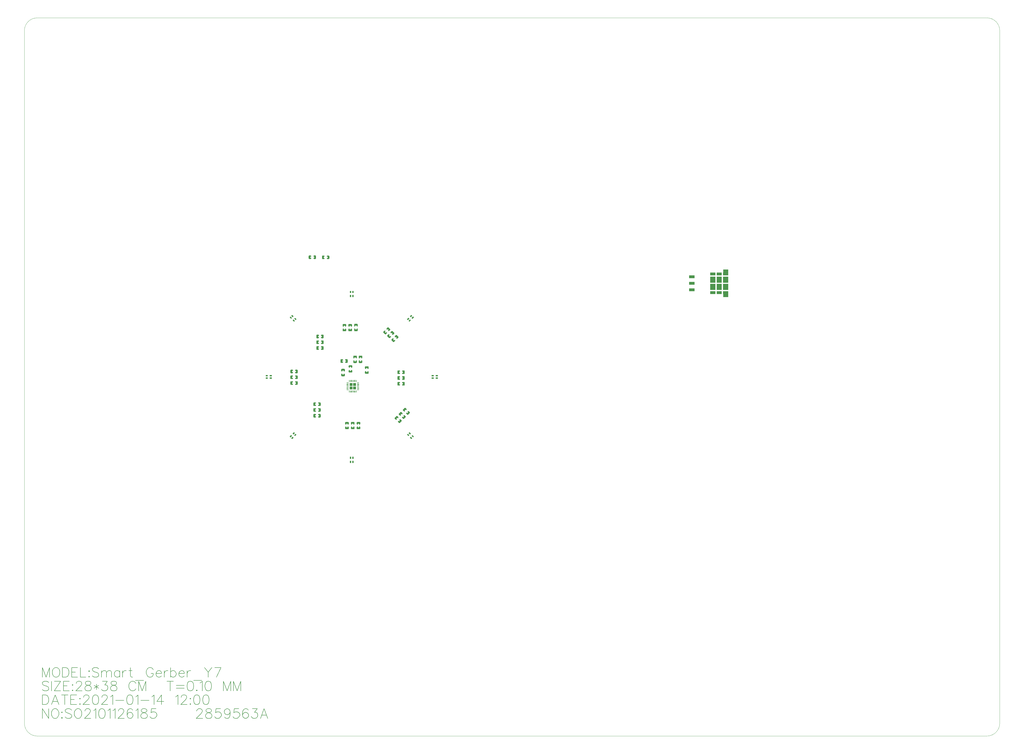
<source format=gbr>
G04 Generated by CircuitCAM Version 4.4*
%FSLAX33Y33*%
%MOMM*%
%ADD10C,0.200000*%
%ADD12C,0.000000*%
%LNCuttingOutside*%
%LPD*%
G54D10*
X-183018Y-113270D02*
X-183018Y-117020D01*
X-183018Y-113270D02*
X-181589Y-117020D01*
X-180161Y-113270D02*
X-181589Y-117020D01*
X-180161Y-113270D02*
X-180161Y-117020D01*
X-178018Y-113270D02*
X-178375Y-113448D01*
X-178732Y-113806D01*
X-178911Y-114163D01*
X-179089Y-114698D01*
X-179089Y-115591D01*
X-178911Y-116127D01*
X-178732Y-116484D01*
X-178375Y-116841D01*
X-178018Y-117020D01*
X-177304Y-117020D01*
X-176946Y-116841D01*
X-176589Y-116484D01*
X-176411Y-116127D01*
X-176232Y-115591D01*
X-176232Y-114698D01*
X-176411Y-114163D01*
X-176589Y-113806D01*
X-176946Y-113448D01*
X-177304Y-113270D01*
X-178018Y-113270D01*
X-175161Y-113270D02*
X-175161Y-117020D01*
X-175161Y-113270D02*
X-173911Y-113270D01*
X-173375Y-113448D01*
X-173018Y-113806D01*
X-172839Y-114163D01*
X-172661Y-114698D01*
X-172661Y-115591D01*
X-172839Y-116127D01*
X-173018Y-116484D01*
X-173375Y-116841D01*
X-173911Y-117020D01*
X-175161Y-117020D01*
X-171589Y-113270D02*
X-171589Y-117020D01*
X-171589Y-113270D02*
X-169268Y-113270D01*
X-171589Y-115056D02*
X-170161Y-115056D01*
X-171589Y-117020D02*
X-169268Y-117020D01*
X-168196Y-113270D02*
X-168196Y-117020D01*
X-168196Y-117020D02*
X-166054Y-117020D01*
X-164804Y-114520D02*
X-164982Y-114698D01*
X-164804Y-114877D01*
X-164625Y-114698D01*
X-164804Y-114520D01*
X-164804Y-116663D02*
X-164982Y-116841D01*
X-164804Y-117020D01*
X-164625Y-116841D01*
X-164804Y-116663D01*
X-161054Y-113806D02*
X-161411Y-113448D01*
X-161946Y-113270D01*
X-162661Y-113270D01*
X-163196Y-113448D01*
X-163554Y-113806D01*
X-163554Y-114163D01*
X-163375Y-114520D01*
X-163196Y-114698D01*
X-162839Y-114877D01*
X-161768Y-115234D01*
X-161411Y-115413D01*
X-161232Y-115591D01*
X-161054Y-115948D01*
X-161054Y-116484D01*
X-161411Y-116841D01*
X-161946Y-117020D01*
X-162661Y-117020D01*
X-163196Y-116841D01*
X-163554Y-116484D01*
X-159982Y-114520D02*
X-159982Y-117020D01*
X-159982Y-115234D02*
X-159446Y-114698D01*
X-159089Y-114520D01*
X-158554Y-114520D01*
X-158196Y-114698D01*
X-158018Y-115234D01*
X-158018Y-117020D01*
X-158018Y-115234D02*
X-157482Y-114698D01*
X-157125Y-114520D01*
X-156589Y-114520D01*
X-156232Y-114698D01*
X-156054Y-115234D01*
X-156054Y-117020D01*
X-152839Y-114520D02*
X-152839Y-117020D01*
X-152839Y-115056D02*
X-153196Y-114698D01*
X-153554Y-114520D01*
X-154089Y-114520D01*
X-154446Y-114698D01*
X-154804Y-115056D01*
X-154982Y-115591D01*
X-154982Y-115948D01*
X-154804Y-116484D01*
X-154446Y-116841D01*
X-154089Y-117020D01*
X-153554Y-117020D01*
X-153196Y-116841D01*
X-152839Y-116484D01*
X-151768Y-114520D02*
X-151768Y-117020D01*
X-151768Y-115591D02*
X-151589Y-115056D01*
X-151232Y-114698D01*
X-150875Y-114520D01*
X-150339Y-114520D01*
X-148732Y-113270D02*
X-148732Y-116306D01*
X-148554Y-116841D01*
X-148196Y-117020D01*
X-147839Y-117020D01*
X-149268Y-114520D02*
X-148018Y-114520D01*
X-146768Y-118270D02*
X-143554Y-118270D01*
X-139804Y-114163D02*
X-139982Y-113806D01*
X-140339Y-113448D01*
X-140696Y-113270D01*
X-141411Y-113270D01*
X-141768Y-113448D01*
X-142125Y-113806D01*
X-142304Y-114163D01*
X-142482Y-114698D01*
X-142482Y-115591D01*
X-142304Y-116127D01*
X-142125Y-116484D01*
X-141768Y-116841D01*
X-141411Y-117020D01*
X-140696Y-117020D01*
X-140339Y-116841D01*
X-139982Y-116484D01*
X-139804Y-116127D01*
X-139804Y-115591D01*
X-140696Y-115591D02*
X-139804Y-115591D01*
X-138732Y-115591D02*
X-136589Y-115591D01*
X-136589Y-115234D01*
X-136768Y-114877D01*
X-136946Y-114698D01*
X-137304Y-114520D01*
X-137839Y-114520D01*
X-138196Y-114698D01*
X-138554Y-115056D01*
X-138732Y-115591D01*
X-138732Y-115948D01*
X-138554Y-116484D01*
X-138196Y-116841D01*
X-137839Y-117020D01*
X-137304Y-117020D01*
X-136946Y-116841D01*
X-136589Y-116484D01*
X-135518Y-114520D02*
X-135518Y-117020D01*
X-135518Y-115591D02*
X-135339Y-115056D01*
X-134982Y-114698D01*
X-134625Y-114520D01*
X-134089Y-114520D01*
X-133018Y-113270D02*
X-133018Y-117020D01*
X-133018Y-115056D02*
X-132661Y-114698D01*
X-132304Y-114520D01*
X-131768Y-114520D01*
X-131411Y-114698D01*
X-131054Y-115056D01*
X-130875Y-115591D01*
X-130875Y-115948D01*
X-131054Y-116484D01*
X-131411Y-116841D01*
X-131768Y-117020D01*
X-132304Y-117020D01*
X-132661Y-116841D01*
X-133018Y-116484D01*
X-129804Y-115591D02*
X-127661Y-115591D01*
X-127661Y-115234D01*
X-127839Y-114877D01*
X-128018Y-114698D01*
X-128375Y-114520D01*
X-128911Y-114520D01*
X-129268Y-114698D01*
X-129625Y-115056D01*
X-129804Y-115591D01*
X-129804Y-115948D01*
X-129625Y-116484D01*
X-129268Y-116841D01*
X-128911Y-117020D01*
X-128375Y-117020D01*
X-128018Y-116841D01*
X-127661Y-116484D01*
X-126589Y-114520D02*
X-126589Y-117020D01*
X-126589Y-115591D02*
X-126411Y-115056D01*
X-126054Y-114698D01*
X-125696Y-114520D01*
X-125161Y-114520D01*
X-124089Y-118270D02*
X-120875Y-118270D01*
X-119804Y-113270D02*
X-118375Y-115056D01*
X-118375Y-117020D01*
X-116946Y-113270D02*
X-118375Y-115056D01*
X-113375Y-113270D02*
X-115161Y-117020D01*
X-115875Y-113270D02*
X-113375Y-113270D01*
X-180518Y-119163D02*
X-180875Y-118806D01*
X-181411Y-118627D01*
X-182125Y-118627D01*
X-182661Y-118806D01*
X-183018Y-119163D01*
X-183018Y-119520D01*
X-182839Y-119877D01*
X-182661Y-120056D01*
X-182304Y-120234D01*
X-181232Y-120591D01*
X-180875Y-120770D01*
X-180696Y-120948D01*
X-180518Y-121306D01*
X-180518Y-121841D01*
X-180875Y-122198D01*
X-181411Y-122377D01*
X-182125Y-122377D01*
X-182661Y-122198D01*
X-183018Y-121841D01*
X-179446Y-118627D02*
X-179446Y-122377D01*
X-175875Y-118627D02*
X-178375Y-122377D01*
X-178375Y-118627D02*
X-175875Y-118627D01*
X-178375Y-122377D02*
X-175875Y-122377D01*
X-174804Y-118627D02*
X-174804Y-122377D01*
X-174804Y-118627D02*
X-172482Y-118627D01*
X-174804Y-120413D02*
X-173375Y-120413D01*
X-174804Y-122377D02*
X-172482Y-122377D01*
X-171232Y-119877D02*
X-171411Y-120056D01*
X-171232Y-120234D01*
X-171054Y-120056D01*
X-171232Y-119877D01*
X-171232Y-122020D02*
X-171411Y-122198D01*
X-171232Y-122377D01*
X-171054Y-122198D01*
X-171232Y-122020D01*
X-169804Y-119520D02*
X-169804Y-119341D01*
X-169625Y-118984D01*
X-169446Y-118806D01*
X-169089Y-118627D01*
X-168375Y-118627D01*
X-168018Y-118806D01*
X-167839Y-118984D01*
X-167661Y-119341D01*
X-167661Y-119698D01*
X-167839Y-120056D01*
X-168196Y-120591D01*
X-169982Y-122377D01*
X-167482Y-122377D01*
X-165518Y-118627D02*
X-166054Y-118806D01*
X-166232Y-119163D01*
X-166232Y-119520D01*
X-166054Y-119877D01*
X-165696Y-120056D01*
X-164982Y-120234D01*
X-164446Y-120413D01*
X-164089Y-120770D01*
X-163911Y-121127D01*
X-163911Y-121663D01*
X-164089Y-122020D01*
X-164268Y-122198D01*
X-164804Y-122377D01*
X-165518Y-122377D01*
X-166054Y-122198D01*
X-166232Y-122020D01*
X-166411Y-121663D01*
X-166411Y-121127D01*
X-166232Y-120770D01*
X-165875Y-120413D01*
X-165339Y-120234D01*
X-164625Y-120056D01*
X-164268Y-119877D01*
X-164089Y-119520D01*
X-164089Y-119163D01*
X-164268Y-118806D01*
X-164804Y-118627D01*
X-165518Y-118627D01*
X-161946Y-119698D02*
X-161946Y-121841D01*
X-162839Y-120234D02*
X-161054Y-121306D01*
X-161054Y-120234D02*
X-162839Y-121306D01*
X-159625Y-118627D02*
X-157661Y-118627D01*
X-158732Y-120056D01*
X-158196Y-120056D01*
X-157839Y-120234D01*
X-157661Y-120413D01*
X-157482Y-120948D01*
X-157482Y-121306D01*
X-157661Y-121841D01*
X-158018Y-122198D01*
X-158554Y-122377D01*
X-159089Y-122377D01*
X-159625Y-122198D01*
X-159804Y-122020D01*
X-159982Y-121663D01*
X-155518Y-118627D02*
X-156054Y-118806D01*
X-156232Y-119163D01*
X-156232Y-119520D01*
X-156054Y-119877D01*
X-155696Y-120056D01*
X-154982Y-120234D01*
X-154446Y-120413D01*
X-154089Y-120770D01*
X-153911Y-121127D01*
X-153911Y-121663D01*
X-154089Y-122020D01*
X-154268Y-122198D01*
X-154804Y-122377D01*
X-155518Y-122377D01*
X-156054Y-122198D01*
X-156232Y-122020D01*
X-156411Y-121663D01*
X-156411Y-121127D01*
X-156232Y-120770D01*
X-155875Y-120413D01*
X-155339Y-120234D01*
X-154625Y-120056D01*
X-154268Y-119877D01*
X-154089Y-119520D01*
X-154089Y-119163D01*
X-154268Y-118806D01*
X-154804Y-118627D01*
X-155518Y-118627D01*
X-146589Y-119520D02*
X-146768Y-119163D01*
X-147125Y-118806D01*
X-147482Y-118627D01*
X-148196Y-118627D01*
X-148554Y-118806D01*
X-148911Y-119163D01*
X-149089Y-119520D01*
X-149268Y-120056D01*
X-149268Y-120948D01*
X-149089Y-121484D01*
X-148911Y-121841D01*
X-148554Y-122198D01*
X-148196Y-122377D01*
X-147482Y-122377D01*
X-147125Y-122198D01*
X-146768Y-121841D01*
X-146589Y-121484D01*
X-145518Y-118627D02*
X-145518Y-122377D01*
X-145518Y-118627D02*
X-144089Y-122377D01*
X-142661Y-118627D02*
X-144089Y-122377D01*
X-142661Y-118627D02*
X-142661Y-122377D01*
X-133196Y-118627D02*
X-133196Y-122377D01*
X-134446Y-118627D02*
X-131946Y-118627D01*
X-130875Y-120234D02*
X-127661Y-120234D01*
X-130875Y-121306D02*
X-127661Y-121306D01*
X-125518Y-118627D02*
X-126054Y-118806D01*
X-126411Y-119341D01*
X-126589Y-120234D01*
X-126589Y-120770D01*
X-126411Y-121663D01*
X-126054Y-122198D01*
X-125518Y-122377D01*
X-125161Y-122377D01*
X-124625Y-122198D01*
X-124268Y-121663D01*
X-124089Y-120770D01*
X-124089Y-120234D01*
X-124268Y-119341D01*
X-124625Y-118806D01*
X-125161Y-118627D01*
X-125518Y-118627D01*
X-122839Y-122020D02*
X-123018Y-122198D01*
X-122839Y-122377D01*
X-122661Y-122198D01*
X-122839Y-122020D01*
X-121589Y-119341D02*
X-121232Y-119163D01*
X-120696Y-118627D01*
X-120696Y-122377D01*
X-118554Y-118627D02*
X-119089Y-118806D01*
X-119446Y-119341D01*
X-119625Y-120234D01*
X-119625Y-120770D01*
X-119446Y-121663D01*
X-119089Y-122198D01*
X-118554Y-122377D01*
X-118196Y-122377D01*
X-117661Y-122198D01*
X-117304Y-121663D01*
X-117125Y-120770D01*
X-117125Y-120234D01*
X-117304Y-119341D01*
X-117661Y-118806D01*
X-118196Y-118627D01*
X-118554Y-118627D01*
X-112482Y-118627D02*
X-112482Y-122377D01*
X-112482Y-118627D02*
X-111054Y-122377D01*
X-109625Y-118627D02*
X-111054Y-122377D01*
X-109625Y-118627D02*
X-109625Y-122377D01*
X-108554Y-118627D02*
X-108554Y-122377D01*
X-108554Y-118627D02*
X-107125Y-122377D01*
X-105696Y-118627D02*
X-107125Y-122377D01*
X-105696Y-118627D02*
X-105696Y-122377D01*
X-183018Y-123984D02*
X-183018Y-127734D01*
X-183018Y-123984D02*
X-181768Y-123984D01*
X-181232Y-124163D01*
X-180875Y-124520D01*
X-180696Y-124877D01*
X-180518Y-125413D01*
X-180518Y-126306D01*
X-180696Y-126841D01*
X-180875Y-127198D01*
X-181232Y-127556D01*
X-181768Y-127734D01*
X-183018Y-127734D01*
X-178018Y-123984D02*
X-179446Y-127734D01*
X-178018Y-123984D02*
X-176589Y-127734D01*
X-178911Y-126484D02*
X-177125Y-126484D01*
X-174268Y-123984D02*
X-174268Y-127734D01*
X-175518Y-123984D02*
X-173018Y-123984D01*
X-171946Y-123984D02*
X-171946Y-127734D01*
X-171946Y-123984D02*
X-169625Y-123984D01*
X-171946Y-125770D02*
X-170518Y-125770D01*
X-171946Y-127734D02*
X-169625Y-127734D01*
X-168375Y-125234D02*
X-168554Y-125413D01*
X-168375Y-125591D01*
X-168196Y-125413D01*
X-168375Y-125234D01*
X-168375Y-127377D02*
X-168554Y-127556D01*
X-168375Y-127734D01*
X-168196Y-127556D01*
X-168375Y-127377D01*
X-166946Y-124877D02*
X-166946Y-124698D01*
X-166768Y-124341D01*
X-166589Y-124163D01*
X-166232Y-123984D01*
X-165518Y-123984D01*
X-165161Y-124163D01*
X-164982Y-124341D01*
X-164804Y-124698D01*
X-164804Y-125056D01*
X-164982Y-125413D01*
X-165339Y-125948D01*
X-167125Y-127734D01*
X-164625Y-127734D01*
X-162482Y-123984D02*
X-163018Y-124163D01*
X-163375Y-124698D01*
X-163554Y-125591D01*
X-163554Y-126127D01*
X-163375Y-127020D01*
X-163018Y-127556D01*
X-162482Y-127734D01*
X-162125Y-127734D01*
X-161589Y-127556D01*
X-161232Y-127020D01*
X-161054Y-126127D01*
X-161054Y-125591D01*
X-161232Y-124698D01*
X-161589Y-124163D01*
X-162125Y-123984D01*
X-162482Y-123984D01*
X-159804Y-124877D02*
X-159804Y-124698D01*
X-159625Y-124341D01*
X-159446Y-124163D01*
X-159089Y-123984D01*
X-158375Y-123984D01*
X-158018Y-124163D01*
X-157839Y-124341D01*
X-157661Y-124698D01*
X-157661Y-125056D01*
X-157839Y-125413D01*
X-158196Y-125948D01*
X-159982Y-127734D01*
X-157482Y-127734D01*
X-156411Y-124698D02*
X-156054Y-124520D01*
X-155518Y-123984D01*
X-155518Y-127734D01*
X-154446Y-126127D02*
X-151232Y-126127D01*
X-149089Y-123984D02*
X-149625Y-124163D01*
X-149982Y-124698D01*
X-150161Y-125591D01*
X-150161Y-126127D01*
X-149982Y-127020D01*
X-149625Y-127556D01*
X-149089Y-127734D01*
X-148732Y-127734D01*
X-148196Y-127556D01*
X-147839Y-127020D01*
X-147661Y-126127D01*
X-147661Y-125591D01*
X-147839Y-124698D01*
X-148196Y-124163D01*
X-148732Y-123984D01*
X-149089Y-123984D01*
X-146589Y-124698D02*
X-146232Y-124520D01*
X-145696Y-123984D01*
X-145696Y-127734D01*
X-144625Y-126127D02*
X-141411Y-126127D01*
X-140339Y-124698D02*
X-139982Y-124520D01*
X-139446Y-123984D01*
X-139446Y-127734D01*
X-136589Y-123984D02*
X-138375Y-126484D01*
X-135696Y-126484D01*
X-136589Y-123984D02*
X-136589Y-127734D01*
X-131054Y-124698D02*
X-130696Y-124520D01*
X-130161Y-123984D01*
X-130161Y-127734D01*
X-128911Y-124877D02*
X-128911Y-124698D01*
X-128732Y-124341D01*
X-128554Y-124163D01*
X-128196Y-123984D01*
X-127482Y-123984D01*
X-127125Y-124163D01*
X-126946Y-124341D01*
X-126768Y-124698D01*
X-126768Y-125056D01*
X-126946Y-125413D01*
X-127304Y-125948D01*
X-129089Y-127734D01*
X-126589Y-127734D01*
X-125339Y-125234D02*
X-125518Y-125413D01*
X-125339Y-125591D01*
X-125161Y-125413D01*
X-125339Y-125234D01*
X-125339Y-127377D02*
X-125518Y-127556D01*
X-125339Y-127734D01*
X-125161Y-127556D01*
X-125339Y-127377D01*
X-123018Y-123984D02*
X-123554Y-124163D01*
X-123911Y-124698D01*
X-124089Y-125591D01*
X-124089Y-126127D01*
X-123911Y-127020D01*
X-123554Y-127556D01*
X-123018Y-127734D01*
X-122661Y-127734D01*
X-122125Y-127556D01*
X-121768Y-127020D01*
X-121589Y-126127D01*
X-121589Y-125591D01*
X-121768Y-124698D01*
X-122125Y-124163D01*
X-122661Y-123984D01*
X-123018Y-123984D01*
X-119446Y-123984D02*
X-119982Y-124163D01*
X-120339Y-124698D01*
X-120518Y-125591D01*
X-120518Y-126127D01*
X-120339Y-127020D01*
X-119982Y-127556D01*
X-119446Y-127734D01*
X-119089Y-127734D01*
X-118554Y-127556D01*
X-118196Y-127020D01*
X-118018Y-126127D01*
X-118018Y-125591D01*
X-118196Y-124698D01*
X-118554Y-124163D01*
X-119089Y-123984D01*
X-119446Y-123984D01*
X-183018Y-129341D02*
X-183018Y-133091D01*
X-183018Y-129341D02*
X-180518Y-133091D01*
X-180518Y-129341D02*
X-180518Y-133091D01*
X-178375Y-129341D02*
X-178732Y-129520D01*
X-179089Y-129877D01*
X-179268Y-130234D01*
X-179446Y-130770D01*
X-179446Y-131663D01*
X-179268Y-132198D01*
X-179089Y-132556D01*
X-178732Y-132913D01*
X-178375Y-133091D01*
X-177661Y-133091D01*
X-177304Y-132913D01*
X-176946Y-132556D01*
X-176768Y-132198D01*
X-176589Y-131663D01*
X-176589Y-130770D01*
X-176768Y-130234D01*
X-176946Y-129877D01*
X-177304Y-129520D01*
X-177661Y-129341D01*
X-178375Y-129341D01*
X-175339Y-130591D02*
X-175518Y-130770D01*
X-175339Y-130948D01*
X-175161Y-130770D01*
X-175339Y-130591D01*
X-175339Y-132734D02*
X-175518Y-132913D01*
X-175339Y-133091D01*
X-175161Y-132913D01*
X-175339Y-132734D01*
X-171589Y-129877D02*
X-171946Y-129520D01*
X-172482Y-129341D01*
X-173196Y-129341D01*
X-173732Y-129520D01*
X-174089Y-129877D01*
X-174089Y-130234D01*
X-173911Y-130591D01*
X-173732Y-130770D01*
X-173375Y-130948D01*
X-172304Y-131306D01*
X-171946Y-131484D01*
X-171768Y-131663D01*
X-171589Y-132020D01*
X-171589Y-132556D01*
X-171946Y-132913D01*
X-172482Y-133091D01*
X-173196Y-133091D01*
X-173732Y-132913D01*
X-174089Y-132556D01*
X-169446Y-129341D02*
X-169804Y-129520D01*
X-170161Y-129877D01*
X-170339Y-130234D01*
X-170518Y-130770D01*
X-170518Y-131663D01*
X-170339Y-132198D01*
X-170161Y-132556D01*
X-169804Y-132913D01*
X-169446Y-133091D01*
X-168732Y-133091D01*
X-168375Y-132913D01*
X-168018Y-132556D01*
X-167839Y-132198D01*
X-167661Y-131663D01*
X-167661Y-130770D01*
X-167839Y-130234D01*
X-168018Y-129877D01*
X-168375Y-129520D01*
X-168732Y-129341D01*
X-169446Y-129341D01*
X-166411Y-130234D02*
X-166411Y-130056D01*
X-166232Y-129698D01*
X-166054Y-129520D01*
X-165696Y-129341D01*
X-164982Y-129341D01*
X-164625Y-129520D01*
X-164446Y-129698D01*
X-164268Y-130056D01*
X-164268Y-130413D01*
X-164446Y-130770D01*
X-164804Y-131306D01*
X-166589Y-133091D01*
X-164089Y-133091D01*
X-163018Y-130056D02*
X-162661Y-129877D01*
X-162125Y-129341D01*
X-162125Y-133091D01*
X-159982Y-129341D02*
X-160518Y-129520D01*
X-160875Y-130056D01*
X-161054Y-130948D01*
X-161054Y-131484D01*
X-160875Y-132377D01*
X-160518Y-132913D01*
X-159982Y-133091D01*
X-159625Y-133091D01*
X-159089Y-132913D01*
X-158732Y-132377D01*
X-158554Y-131484D01*
X-158554Y-130948D01*
X-158732Y-130056D01*
X-159089Y-129520D01*
X-159625Y-129341D01*
X-159982Y-129341D01*
X-157482Y-130056D02*
X-157125Y-129877D01*
X-156589Y-129341D01*
X-156589Y-133091D01*
X-155518Y-130056D02*
X-155161Y-129877D01*
X-154625Y-129341D01*
X-154625Y-133091D01*
X-153375Y-130234D02*
X-153375Y-130056D01*
X-153196Y-129698D01*
X-153018Y-129520D01*
X-152661Y-129341D01*
X-151946Y-129341D01*
X-151589Y-129520D01*
X-151411Y-129698D01*
X-151232Y-130056D01*
X-151232Y-130413D01*
X-151411Y-130770D01*
X-151768Y-131306D01*
X-153554Y-133091D01*
X-151054Y-133091D01*
X-147839Y-129877D02*
X-148018Y-129520D01*
X-148554Y-129341D01*
X-148911Y-129341D01*
X-149446Y-129520D01*
X-149804Y-130056D01*
X-149982Y-130948D01*
X-149982Y-131841D01*
X-149804Y-132556D01*
X-149446Y-132913D01*
X-148911Y-133091D01*
X-148732Y-133091D01*
X-148196Y-132913D01*
X-147839Y-132556D01*
X-147661Y-132020D01*
X-147661Y-131841D01*
X-147839Y-131306D01*
X-148196Y-130948D01*
X-148732Y-130770D01*
X-148911Y-130770D01*
X-149446Y-130948D01*
X-149804Y-131306D01*
X-149982Y-131841D01*
X-146589Y-130056D02*
X-146232Y-129877D01*
X-145696Y-129341D01*
X-145696Y-133091D01*
X-143732Y-129341D02*
X-144268Y-129520D01*
X-144446Y-129877D01*
X-144446Y-130234D01*
X-144268Y-130591D01*
X-143911Y-130770D01*
X-143196Y-130948D01*
X-142661Y-131127D01*
X-142304Y-131484D01*
X-142125Y-131841D01*
X-142125Y-132377D01*
X-142304Y-132734D01*
X-142482Y-132913D01*
X-143018Y-133091D01*
X-143732Y-133091D01*
X-144268Y-132913D01*
X-144446Y-132734D01*
X-144625Y-132377D01*
X-144625Y-131841D01*
X-144446Y-131484D01*
X-144089Y-131127D01*
X-143554Y-130948D01*
X-142839Y-130770D01*
X-142482Y-130591D01*
X-142304Y-130234D01*
X-142304Y-129877D01*
X-142482Y-129520D01*
X-143018Y-129341D01*
X-143732Y-129341D01*
X-138732Y-129341D02*
X-140518Y-129341D01*
X-140696Y-130948D01*
X-140518Y-130770D01*
X-139982Y-130591D01*
X-139446Y-130591D01*
X-138911Y-130770D01*
X-138554Y-131127D01*
X-138375Y-131663D01*
X-138375Y-132020D01*
X-138732Y-132556D01*
X-139089Y-132913D01*
X-139625Y-133091D01*
X-140161Y-133091D01*
X-140696Y-132913D01*
X-140875Y-132734D01*
X-141054Y-132377D01*
X-122839Y-130234D02*
X-122839Y-130056D01*
X-122661Y-129698D01*
X-122482Y-129520D01*
X-122125Y-129341D01*
X-121411Y-129341D01*
X-121054Y-129520D01*
X-120875Y-129698D01*
X-120696Y-130056D01*
X-120696Y-130413D01*
X-120875Y-130770D01*
X-121232Y-131306D01*
X-123018Y-133091D01*
X-120518Y-133091D01*
X-118554Y-129341D02*
X-119089Y-129520D01*
X-119268Y-129877D01*
X-119268Y-130234D01*
X-119089Y-130591D01*
X-118732Y-130770D01*
X-118018Y-130948D01*
X-117482Y-131127D01*
X-117125Y-131484D01*
X-116946Y-131841D01*
X-116946Y-132377D01*
X-117125Y-132734D01*
X-117304Y-132913D01*
X-117839Y-133091D01*
X-118554Y-133091D01*
X-119089Y-132913D01*
X-119268Y-132734D01*
X-119446Y-132377D01*
X-119446Y-131841D01*
X-119268Y-131484D01*
X-118911Y-131127D01*
X-118375Y-130948D01*
X-117661Y-130770D01*
X-117304Y-130591D01*
X-117125Y-130234D01*
X-117125Y-129877D01*
X-117304Y-129520D01*
X-117839Y-129341D01*
X-118554Y-129341D01*
X-113554Y-129341D02*
X-115339Y-129341D01*
X-115518Y-130948D01*
X-115339Y-130770D01*
X-114804Y-130591D01*
X-114268Y-130591D01*
X-113732Y-130770D01*
X-113375Y-131127D01*
X-113196Y-131663D01*
X-113196Y-132020D01*
X-113554Y-132556D01*
X-113911Y-132913D01*
X-114446Y-133091D01*
X-114982Y-133091D01*
X-115518Y-132913D01*
X-115696Y-132734D01*
X-115875Y-132377D01*
X-109804Y-130591D02*
X-109982Y-131127D01*
X-110339Y-131484D01*
X-110875Y-131663D01*
X-111054Y-131663D01*
X-111589Y-131484D01*
X-111946Y-131127D01*
X-112125Y-130591D01*
X-112125Y-130413D01*
X-111946Y-129877D01*
X-111589Y-129520D01*
X-111054Y-129341D01*
X-110875Y-129341D01*
X-110339Y-129520D01*
X-109982Y-129877D01*
X-109804Y-130591D01*
X-109804Y-131484D01*
X-109982Y-132377D01*
X-110339Y-132913D01*
X-110875Y-133091D01*
X-111232Y-133091D01*
X-111768Y-132913D01*
X-111946Y-132556D01*
X-106411Y-129341D02*
X-108196Y-129341D01*
X-108375Y-130948D01*
X-108196Y-130770D01*
X-107661Y-130591D01*
X-107125Y-130591D01*
X-106589Y-130770D01*
X-106232Y-131127D01*
X-106054Y-131663D01*
X-106054Y-132020D01*
X-106411Y-132556D01*
X-106768Y-132913D01*
X-107304Y-133091D01*
X-107839Y-133091D01*
X-108375Y-132913D01*
X-108554Y-132734D01*
X-108732Y-132377D01*
X-102839Y-129877D02*
X-103018Y-129520D01*
X-103554Y-129341D01*
X-103911Y-129341D01*
X-104446Y-129520D01*
X-104804Y-130056D01*
X-104982Y-130948D01*
X-104982Y-131841D01*
X-104804Y-132556D01*
X-104446Y-132913D01*
X-103911Y-133091D01*
X-103732Y-133091D01*
X-103196Y-132913D01*
X-102839Y-132556D01*
X-102661Y-132020D01*
X-102661Y-131841D01*
X-102839Y-131306D01*
X-103196Y-130948D01*
X-103732Y-130770D01*
X-103911Y-130770D01*
X-104446Y-130948D01*
X-104804Y-131306D01*
X-104982Y-131841D01*
X-101232Y-129341D02*
X-99268Y-129341D01*
X-100339Y-130770D01*
X-99804Y-130770D01*
X-99446Y-130948D01*
X-99268Y-131127D01*
X-99089Y-131663D01*
X-99089Y-132020D01*
X-99268Y-132556D01*
X-99625Y-132913D01*
X-100161Y-133091D01*
X-100696Y-133091D01*
X-101232Y-132913D01*
X-101411Y-132734D01*
X-101589Y-132377D01*
X-96589Y-129341D02*
X-98018Y-133091D01*
X-96589Y-129341D02*
X-95161Y-133091D01*
X-97482Y-131841D02*
X-95696Y-131841D01*
G54D11*
X-164462Y-109004D02*
X-164462Y-110756D01*
X-164437Y-111569D01*
X-164741Y-111722D01*
X-164716Y-110858D01*
X-164716Y-107988D01*
X-164741Y-107175D01*
X-164259Y-107378D01*
X-164462Y-107531D01*
X-164462Y-108902D01*
X-163471Y-109309D01*
X-163268Y-109791D01*
X-163548Y-109766D01*
X-164462Y-109004D01*
X-166469Y-107175D02*
X-166011Y-107429D01*
X-166164Y-107531D01*
X-166469Y-108318D01*
X-165630Y-108318D01*
X-165478Y-108089D01*
X-165072Y-108420D01*
X-165554Y-109258D01*
X-166367Y-110706D01*
X-167561Y-111569D01*
X-167612Y-111518D01*
X-166265Y-110198D01*
X-165605Y-108420D01*
X-166519Y-108420D01*
X-166824Y-109080D01*
X-166164Y-109461D01*
X-166189Y-109766D01*
X-166392Y-109715D01*
X-166875Y-109156D01*
X-167535Y-109969D01*
X-167586Y-109918D01*
X-166875Y-108572D01*
X-166469Y-107175D01*
X-158569Y-109563D02*
X-158544Y-110706D01*
X-158823Y-110807D01*
X-158823Y-109512D01*
X-160982Y-109512D01*
X-160982Y-110756D01*
X-161236Y-110883D01*
X-161236Y-110096D01*
X-161236Y-109258D01*
X-160982Y-109385D01*
X-158849Y-109385D01*
X-158696Y-109182D01*
X-158417Y-109436D01*
X-158569Y-109563D01*
X-160068Y-109664D02*
X-159585Y-109893D01*
X-159788Y-110020D01*
X-160042Y-110909D01*
X-160754Y-111468D01*
X-161973Y-111722D01*
X-161998Y-111645D01*
X-160703Y-111214D01*
X-160195Y-110579D01*
X-160068Y-109664D01*
X-159788Y-110782D02*
X-159763Y-110706D01*
X-158442Y-111087D01*
X-158112Y-111518D01*
X-158341Y-111595D01*
X-158950Y-111163D01*
X-159788Y-110782D01*
X-161465Y-108724D02*
X-160474Y-108420D01*
X-160855Y-107937D01*
X-160804Y-107886D01*
X-160195Y-108318D01*
X-160144Y-108699D01*
X-160347Y-108750D01*
X-160449Y-108496D01*
X-161084Y-108801D01*
X-161592Y-109156D01*
X-161795Y-108877D01*
X-161719Y-108572D01*
X-161744Y-107454D01*
X-161465Y-107658D01*
X-160855Y-107429D01*
X-160449Y-107099D01*
X-160119Y-107454D01*
X-160703Y-107556D01*
X-161465Y-107759D01*
X-161465Y-108724D01*
X-160144Y-107581D02*
X-158315Y-107581D01*
X-158137Y-107378D01*
X-157833Y-107658D01*
X-158010Y-107759D01*
X-158264Y-108851D01*
X-158671Y-109156D01*
X-159153Y-108750D01*
X-159128Y-108674D01*
X-158620Y-108750D01*
X-158417Y-108496D01*
X-158290Y-107708D01*
X-159103Y-107708D01*
X-160474Y-109258D01*
X-160500Y-109207D01*
X-159382Y-107708D01*
X-159509Y-107708D01*
X-159966Y-107759D01*
X-160144Y-107581D01*
X-152002Y-107158D02*
X-152002Y-107336D01*
X-152992Y-107336D01*
X-152992Y-111324D01*
X-152002Y-111324D01*
X-152002Y-111502D01*
X-153195Y-111502D01*
X-153195Y-107158D01*
X-152002Y-107158D01*
X-150478Y-108149D02*
X-150503Y-107031D01*
X-150020Y-107235D01*
X-150198Y-107387D01*
X-150198Y-108149D01*
X-149512Y-108149D01*
X-149335Y-107971D01*
X-149055Y-108225D01*
X-149233Y-108352D01*
X-149436Y-110994D01*
X-149970Y-111426D01*
X-150528Y-110943D01*
X-150503Y-110841D01*
X-149792Y-110943D01*
X-149589Y-110460D01*
X-149487Y-108276D01*
X-150198Y-108276D01*
X-150274Y-109394D01*
X-150554Y-110435D01*
X-151392Y-111553D01*
X-151468Y-111502D01*
X-150808Y-110460D01*
X-150554Y-109419D01*
X-150478Y-108276D01*
X-151011Y-108276D01*
X-151240Y-108327D01*
X-151392Y-108149D01*
X-150478Y-108149D01*
X-147176Y-108251D02*
X-147176Y-110384D01*
X-147150Y-111273D01*
X-147430Y-111400D01*
X-147430Y-110867D01*
X-148471Y-110867D01*
X-148471Y-111375D01*
X-148750Y-111502D01*
X-148725Y-109698D01*
X-148750Y-107870D01*
X-148446Y-108073D01*
X-147455Y-108073D01*
X-147277Y-107895D01*
X-147023Y-108149D01*
X-147176Y-108251D01*
X-148471Y-108174D02*
X-148471Y-110740D01*
X-147430Y-110740D01*
X-147430Y-108174D01*
X-148471Y-108174D01*
X-144356Y-107717D02*
X-145017Y-108327D01*
X-143442Y-108327D01*
X-143035Y-107717D01*
X-144356Y-107717D01*
X-141994Y-108555D02*
X-141969Y-109927D01*
X-142273Y-110054D01*
X-142273Y-109800D01*
X-144534Y-109800D01*
X-144991Y-109851D01*
X-145169Y-109673D01*
X-142273Y-109673D01*
X-142273Y-109089D01*
X-144229Y-109089D01*
X-144712Y-109140D01*
X-144890Y-108962D01*
X-142273Y-108962D01*
X-142273Y-108454D01*
X-144483Y-108454D01*
X-144890Y-108505D01*
X-145042Y-108352D01*
X-145753Y-108860D01*
X-145779Y-108809D01*
X-145144Y-108251D01*
X-144585Y-107565D01*
X-144255Y-106981D01*
X-143848Y-107260D01*
X-144280Y-107590D01*
X-143061Y-107590D01*
X-142883Y-107387D01*
X-142502Y-107743D01*
X-142807Y-107844D01*
X-143340Y-108327D01*
X-142324Y-108327D01*
X-142121Y-108149D01*
X-141816Y-108403D01*
X-141994Y-108555D01*
X-145042Y-110308D02*
X-145169Y-111019D01*
X-145423Y-111248D01*
X-145626Y-111172D01*
X-145474Y-110892D01*
X-145118Y-110308D01*
X-145042Y-110308D01*
X-143899Y-109851D02*
X-143264Y-110181D01*
X-143239Y-110511D01*
X-143467Y-110460D01*
X-143950Y-109902D01*
X-143899Y-109851D01*
X-142324Y-110206D02*
X-142248Y-110156D01*
X-141562Y-110613D01*
X-141562Y-110994D01*
X-141816Y-110918D01*
X-142324Y-110206D01*
X-144610Y-111146D02*
X-144636Y-110029D01*
X-144153Y-110257D01*
X-144331Y-110410D01*
X-144331Y-111019D01*
X-144077Y-111248D01*
X-143061Y-111248D01*
X-142731Y-110994D01*
X-142680Y-110333D01*
X-142578Y-110333D01*
X-142502Y-110994D01*
X-142299Y-111197D01*
X-142908Y-111502D01*
X-144229Y-111502D01*
X-144610Y-111146D01*
X-139606Y-111502D02*
X-140800Y-111502D01*
X-140800Y-111324D01*
X-139810Y-111324D01*
X-139810Y-107336D01*
X-140800Y-107336D01*
X-140800Y-107158D01*
X-139606Y-107158D01*
X-139606Y-111502D01*
X-181623Y-111743D02*
X-181623Y-109584D01*
X-181623Y-107526D01*
X-181343Y-107704D01*
X-179641Y-107704D01*
X-179464Y-107526D01*
X-179210Y-107780D01*
X-179337Y-107882D01*
X-179337Y-111286D01*
X-179413Y-111540D01*
X-179718Y-111743D01*
X-180251Y-111336D01*
X-180251Y-111260D01*
X-179692Y-111311D01*
X-179616Y-111209D01*
X-179616Y-107806D01*
X-181343Y-107806D01*
X-181343Y-110955D01*
X-181343Y-111590D01*
X-181623Y-111743D01*
X-181191Y-108339D02*
X-180454Y-109127D01*
X-180200Y-108085D01*
X-179819Y-108314D01*
X-179946Y-108441D01*
X-180276Y-109355D01*
X-179895Y-109965D01*
X-179768Y-110320D01*
X-179870Y-110524D01*
X-180073Y-110320D01*
X-180403Y-109635D01*
X-181242Y-110752D01*
X-181292Y-110701D01*
X-180556Y-109381D01*
X-181242Y-108390D01*
X-181191Y-108339D01*
X-182588Y-111057D02*
X-181750Y-110473D01*
X-181699Y-110524D01*
X-182715Y-111565D01*
X-182943Y-111286D01*
X-182867Y-110981D01*
X-182867Y-109939D01*
X-183020Y-109939D01*
X-183502Y-109990D01*
X-183680Y-109812D01*
X-182867Y-109812D01*
X-182867Y-109025D01*
X-183248Y-109025D01*
X-183680Y-109508D01*
X-183731Y-109457D01*
X-182816Y-107272D01*
X-182435Y-107501D01*
X-182588Y-107628D01*
X-182816Y-108136D01*
X-182181Y-108136D01*
X-181953Y-107933D01*
X-181648Y-108263D01*
X-182842Y-108263D01*
X-183197Y-108898D01*
X-182308Y-108898D01*
X-182131Y-108720D01*
X-181826Y-109025D01*
X-182588Y-109025D01*
X-182588Y-109812D01*
X-182181Y-109812D01*
X-181953Y-109584D01*
X-181648Y-109939D01*
X-182588Y-109939D01*
X-182588Y-111057D01*
X-176822Y-108847D02*
X-176847Y-109685D01*
X-175196Y-109685D01*
X-175069Y-109482D01*
X-174739Y-109736D01*
X-174892Y-109863D01*
X-174866Y-111667D01*
X-175196Y-111819D01*
X-175171Y-109812D01*
X-176847Y-109812D01*
X-178016Y-111717D01*
X-178041Y-111641D01*
X-177305Y-110524D01*
X-177101Y-108974D01*
X-177101Y-107476D01*
X-176644Y-107704D01*
X-176822Y-107857D01*
X-176822Y-108720D01*
X-175476Y-108720D01*
X-175501Y-107222D01*
X-175044Y-107450D01*
X-175196Y-107603D01*
X-175196Y-108720D01*
X-174384Y-108720D01*
X-174079Y-108441D01*
X-173749Y-108847D01*
X-176822Y-108847D01*
G54D12*
X-190000Y135000D02*
G75*
G02X-185000Y140000I5000J0D01*
G74*
G01*
X185000Y140000D01*
G75*
G02X190000Y135000I0J-5000D01*
G74*
G01*
X190000Y-135000D01*
G75*
G02X185000Y-140000I-5000J0D01*
G74*
G01*
X-185000Y-140000D01*
G75*
G02X-190000Y-135000I0J5000D01*
G74*
G01*
X-190000Y135000D01*
G36*
G01X-76391Y47121D02*
G75*
G03X-76640Y47370I-249J0D01*
G74*
G01*
X-77115Y47370D01*
G75*
G03X-77364Y47121I0J-249D01*
G74*
G01*
X-77364Y46904D01*
X-77040Y46904D01*
X-77040Y46438D01*
X-77364Y46438D01*
X-77364Y46221D01*
G75*
G03X-77115Y45972I249J0D01*
G74*
G01*
X-76640Y45972D01*
G75*
G03X-76391Y46221I0J249D01*
G74*
G01*
X-76391Y47121D01*
G37*
G36*
G01X-78266Y47137D02*
G75*
G03X-78514Y47370I-248J-16D01*
G74*
G01*
X-78989Y47370D01*
G75*
G03X-79238Y47121I0J-249D01*
G74*
G01*
X-79238Y46221D01*
G75*
G03X-78989Y45972I249J0D01*
G74*
G01*
X-78514Y45972D01*
G75*
G03X-78265Y46221I0J249D01*
G74*
G01*
X-78265Y46438D01*
X-78590Y46438D01*
X-78590Y46904D01*
X-78265Y46904D01*
X-78265Y47136D01*
X-78266Y47137D01*
G37*
G36*
G01X-71188Y47086D02*
G75*
G03X-71437Y47335I-249J0D01*
G74*
G01*
X-71912Y47335D01*
G75*
G03X-72161Y47086I0J-249D01*
G74*
G01*
X-72161Y46869D01*
X-71837Y46869D01*
X-71837Y46403D01*
X-72161Y46403D01*
X-72161Y46186D01*
G75*
G03X-71912Y45937I249J0D01*
G74*
G01*
X-71437Y45937D01*
G75*
G03X-71188Y46186I0J249D01*
G74*
G01*
X-71188Y47086D01*
G37*
G36*
G01X-73063Y47102D02*
G75*
G03X-73311Y47335I-248J-16D01*
G74*
G01*
X-73786Y47335D01*
G75*
G03X-74035Y47086I0J-249D01*
G74*
G01*
X-74035Y46186D01*
G75*
G03X-73786Y45937I249J0D01*
G74*
G01*
X-73311Y45937D01*
G75*
G03X-73062Y46186I0J249D01*
G74*
G01*
X-73062Y46403D01*
X-73387Y46403D01*
X-73387Y46869D01*
X-73062Y46869D01*
X-73062Y47101D01*
X-73063Y47102D01*
G37*
G36*
G01X84192Y41917D02*
X82282Y41917D01*
X82282Y40683D01*
X82192Y40683D01*
X82192Y39592D01*
X84191Y39592D01*
X84191Y40682D01*
X84192Y40682D01*
X84192Y41917D01*
G37*
G36*
G01X81691Y40684D02*
X79690Y40684D01*
X79690Y39593D01*
X81691Y39593D01*
X81691Y40684D01*
G37*
G36*
G01X79192Y40684D02*
X77191Y40684D01*
X77191Y39593D01*
X79192Y39593D01*
X79192Y40684D01*
G37*
G36*
G01X71101Y39592D02*
X68941Y39592D01*
X68941Y38522D01*
X71101Y38522D01*
X71101Y39592D01*
G37*
G36*
G01X84191Y39093D02*
X82192Y39093D01*
X82192Y36768D01*
X84191Y36768D01*
X84191Y39093D01*
G37*
G36*
G01X81690Y39093D02*
X79691Y39093D01*
X79691Y36768D01*
X81690Y36768D01*
X81690Y39093D01*
G37*
G36*
G01X79191Y39093D02*
X77192Y39093D01*
X77192Y36768D01*
X79191Y36768D01*
X79191Y39093D01*
G37*
G36*
G01X71101Y37052D02*
X68941Y37052D01*
X68941Y35982D01*
X71101Y35982D01*
X71101Y37052D01*
G37*
G36*
G01X84191Y36266D02*
X82192Y36266D01*
X82192Y33941D01*
X84191Y33941D01*
X84191Y36266D01*
G37*
G36*
G01X81690Y36266D02*
X79691Y36266D01*
X79691Y33941D01*
X81690Y33941D01*
X81690Y36266D01*
G37*
G36*
G01X79191Y36266D02*
X77192Y36266D01*
X77192Y33941D01*
X79191Y33941D01*
X79191Y36266D01*
G37*
G36*
G01X71101Y34512D02*
X68941Y34512D01*
X68941Y33442D01*
X71101Y33442D01*
X71101Y34512D01*
G37*
G36*
G01X-61759Y33550D02*
X-62259Y33550D01*
X-62259Y32750D01*
X-61759Y32750D01*
X-61759Y33550D01*
G37*
G36*
G01X-62659Y33550D02*
X-63159Y33550D01*
X-63159Y32750D01*
X-62659Y32750D01*
X-62659Y33550D01*
G37*
G36*
G01X81691Y33442D02*
X79690Y33442D01*
X79690Y32351D01*
X81691Y32351D01*
X81691Y33442D01*
G37*
G36*
G01X79192Y33442D02*
X77191Y33442D01*
X77191Y32351D01*
X79192Y32351D01*
X79192Y33442D01*
G37*
G36*
G01X84191Y33441D02*
X82192Y33441D01*
X82192Y32353D01*
X82282Y32353D01*
X82282Y31116D01*
X84192Y31116D01*
X84192Y32451D01*
X84191Y32451D01*
X84191Y33441D01*
G37*
G36*
G01X-61759Y31950D02*
X-62259Y31950D01*
X-62259Y31150D01*
X-61759Y31150D01*
X-61759Y31950D01*
G37*
G36*
G01X-62659Y31950D02*
X-63159Y31950D01*
X-63159Y31150D01*
X-62659Y31150D01*
X-62659Y31950D01*
G37*
G36*
G01X-85677Y24223D02*
X-86031Y23869D01*
X-85465Y23304D01*
X-85111Y23657D01*
X-85677Y24223D01*
G37*
G36*
G01X-86313Y23586D02*
X-86667Y23233D01*
X-86101Y22667D01*
X-85748Y23021D01*
X-86313Y23586D01*
G37*
G36*
G01X-39241Y24222D02*
X-39807Y23656D01*
X-39453Y23303D01*
X-38888Y23868D01*
X-39241Y24222D01*
G37*
G36*
G01X-38605Y23585D02*
X-39170Y23020D01*
X-38817Y22666D01*
X-38251Y23232D01*
X-38605Y23585D01*
G37*
G36*
G01X-40372Y23091D02*
X-40938Y22525D01*
X-40585Y22171D01*
X-40019Y22737D01*
X-40372Y23091D01*
G37*
G36*
G01X-84546Y23091D02*
X-84899Y22738D01*
X-84334Y22172D01*
X-83980Y22526D01*
X-84546Y23091D01*
G37*
G36*
G01X-85182Y22455D02*
X-85536Y22101D01*
X-84970Y21536D01*
X-84616Y21889D01*
X-85182Y22455D01*
G37*
G36*
G01X-39736Y22454D02*
X-40302Y21888D01*
X-39948Y21535D01*
X-39382Y22101D01*
X-39736Y22454D01*
G37*
G36*
G01X-60124Y20443D02*
G75*
G03X-60373Y20692I-249J0D01*
G74*
G01*
X-61273Y20692D01*
G75*
G03X-61522Y20443I0J-249D01*
G74*
G01*
X-61522Y19918D01*
G75*
G03X-61273Y19669I249J0D01*
G74*
G01*
X-61056Y19669D01*
X-61056Y20010D01*
X-60590Y20010D01*
X-60590Y19669D01*
X-60373Y19669D01*
G75*
G03X-60124Y19918I0J249D01*
G74*
G01*
X-60124Y20443D01*
G37*
G36*
G01X-62375Y20405D02*
G75*
G03X-62624Y20654I-249J0D01*
G74*
G01*
X-63524Y20654D01*
G75*
G03X-63773Y20405I0J-249D01*
G74*
G01*
X-63773Y19880D01*
G75*
G03X-63524Y19631I249J0D01*
G74*
G01*
X-63307Y19631D01*
X-63307Y19972D01*
X-62841Y19972D01*
X-62841Y19631D01*
X-62624Y19631D01*
G75*
G03X-62375Y19880I0J249D01*
G74*
G01*
X-62375Y20405D01*
G37*
G36*
G01X-64625Y20405D02*
G75*
G03X-64874Y20654I-249J0D01*
G74*
G01*
X-65774Y20654D01*
G75*
G03X-66023Y20405I0J-249D01*
G74*
G01*
X-66023Y19880D01*
G75*
G03X-65774Y19631I249J0D01*
G74*
G01*
X-65557Y19631D01*
X-65557Y19972D01*
X-65091Y19972D01*
X-65091Y19631D01*
X-64874Y19631D01*
G75*
G03X-64625Y19880I0J249D01*
G74*
G01*
X-64625Y20405D01*
G37*
G36*
G01X-48135Y19304D02*
G75*
G03X-48310Y19377I-175J-176D01*
G74*
G01*
G75*
G03X-48485Y19305I0J-249D01*
G74*
G01*
X-48858Y18932D01*
G75*
G03X-48931Y18756I176J-176D01*
G74*
G01*
G75*
G03X-48858Y18580I249J0D01*
G74*
G01*
X-48706Y18428D01*
X-48705Y18428D01*
X-48465Y18668D01*
X-48135Y18338D01*
X-48375Y18098D01*
X-48375Y18097D01*
X-48222Y17944D01*
G75*
G03X-48046Y17871I176J176D01*
G74*
G01*
G75*
G03X-47870Y17944I0J249D01*
G74*
G01*
X-47498Y18316D01*
G75*
G03X-47426Y18491I-176J175D01*
G74*
G01*
G75*
G03X-47498Y18667I-248J0D01*
G74*
G01*
X-48135Y19304D01*
G37*
G36*
G01X-60124Y18619D02*
G75*
G03X-60373Y18867I-249J-1D01*
G74*
G01*
X-60590Y18867D01*
X-60590Y18527D01*
X-61056Y18527D01*
X-61056Y18867D01*
X-61273Y18867D01*
G75*
G03X-61522Y18618I0J-249D01*
G74*
G01*
X-61522Y18093D01*
G75*
G03X-61273Y17844I249J0D01*
G74*
G01*
X-60373Y17844D01*
G75*
G03X-60124Y18093I0J249D01*
G74*
G01*
X-60124Y18619D01*
G37*
G36*
G01X-62375Y18581D02*
G75*
G03X-62624Y18829I-249J-1D01*
G74*
G01*
X-62841Y18829D01*
X-62841Y18489D01*
X-63307Y18489D01*
X-63307Y18829D01*
X-63524Y18829D01*
G75*
G03X-63773Y18580I0J-249D01*
G74*
G01*
X-63773Y18055D01*
G75*
G03X-63524Y17806I249J0D01*
G74*
G01*
X-62624Y17806D01*
G75*
G03X-62375Y18055I0J249D01*
G74*
G01*
X-62375Y18581D01*
G37*
G36*
G01X-64625Y18581D02*
G75*
G03X-64874Y18829I-249J-1D01*
G74*
G01*
X-65091Y18829D01*
X-65091Y18489D01*
X-65557Y18489D01*
X-65557Y18829D01*
X-65774Y18829D01*
G75*
G03X-66023Y18580I0J-249D01*
G74*
G01*
X-66023Y18055D01*
G75*
G03X-65774Y17806I249J0D01*
G74*
G01*
X-64874Y17806D01*
G75*
G03X-64625Y18055I0J249D01*
G74*
G01*
X-64625Y18581D01*
G37*
G36*
G01X-49427Y18015D02*
G75*
G03X-49601Y18087I-174J-177D01*
G74*
G01*
G75*
G03X-49777Y18014I0J-249D01*
G74*
G01*
X-50149Y17642D01*
G75*
G03X-50222Y17466I176J-176D01*
G74*
G01*
G75*
G03X-50149Y17290I249J0D01*
G74*
G01*
X-49513Y16654D01*
G75*
G03X-49337Y16581I176J176D01*
G74*
G01*
G75*
G03X-49161Y16654I0J249D01*
G74*
G01*
X-48789Y17026D01*
G75*
G03X-48717Y17201I-176J175D01*
G74*
G01*
G75*
G03X-48789Y17377I-248J0D01*
G74*
G01*
X-48943Y17531D01*
X-49185Y17289D01*
X-49515Y17619D01*
X-49273Y17861D01*
X-49427Y18015D01*
G37*
G36*
G01X-46580Y17859D02*
G75*
G03X-46755Y17932I-175J-176D01*
G74*
G01*
G75*
G03X-46930Y17860I0J-249D01*
G74*
G01*
X-47303Y17487D01*
G75*
G03X-47376Y17311I176J-176D01*
G74*
G01*
G75*
G03X-47303Y17135I249J0D01*
G74*
G01*
X-47151Y16983D01*
X-47150Y16983D01*
X-46910Y17223D01*
X-46580Y16893D01*
X-46820Y16653D01*
X-46820Y16652D01*
X-46667Y16499D01*
G75*
G03X-46491Y16426I176J176D01*
G74*
G01*
G75*
G03X-46315Y16499I0J249D01*
G74*
G01*
X-45943Y16871D01*
G75*
G03X-45871Y17046I-176J175D01*
G74*
G01*
G75*
G03X-45943Y17222I-248J0D01*
G74*
G01*
X-46580Y17859D01*
G37*
G36*
G01X-47872Y16570D02*
G75*
G03X-48046Y16642I-174J-177D01*
G74*
G01*
G75*
G03X-48222Y16569I0J-249D01*
G74*
G01*
X-48594Y16197D01*
G75*
G03X-48667Y16021I176J-176D01*
G74*
G01*
G75*
G03X-48594Y15845I249J0D01*
G74*
G01*
X-47958Y15209D01*
G75*
G03X-47782Y15136I176J176D01*
G74*
G01*
G75*
G03X-47606Y15209I0J249D01*
G74*
G01*
X-47234Y15581D01*
G75*
G03X-47162Y15756I-176J175D01*
G74*
G01*
G75*
G03X-47234Y15932I-248J0D01*
G74*
G01*
X-47388Y16086D01*
X-47630Y15844D01*
X-47960Y16174D01*
X-47718Y16416D01*
X-47872Y16570D01*
G37*
G36*
G01X-73413Y16229D02*
G75*
G03X-73662Y16478I-249J0D01*
G74*
G01*
X-74187Y16478D01*
G75*
G03X-74436Y16229I0J-249D01*
G74*
G01*
X-74436Y16012D01*
X-74095Y16012D01*
X-74095Y15546D01*
X-74436Y15546D01*
X-74436Y15329D01*
G75*
G03X-74187Y15080I249J0D01*
G74*
G01*
X-73662Y15080D01*
G75*
G03X-73413Y15329I0J249D01*
G74*
G01*
X-73413Y16229D01*
G37*
G36*
G01X-75238Y16229D02*
G75*
G03X-75487Y16478I-249J0D01*
G74*
G01*
X-76012Y16478D01*
G75*
G03X-76261Y16229I0J-249D01*
G74*
G01*
X-76261Y15329D01*
G75*
G03X-76012Y15080I249J0D01*
G74*
G01*
X-75486Y15080D01*
G75*
G03X-75238Y15329I-1J249D01*
G74*
G01*
X-75238Y15546D01*
X-75578Y15546D01*
X-75578Y16012D01*
X-75238Y16012D01*
X-75238Y16229D01*
G37*
G36*
G01X-44935Y16304D02*
G75*
G03X-45110Y16377I-175J-176D01*
G74*
G01*
G75*
G03X-45285Y16305I0J-249D01*
G74*
G01*
X-45658Y15932D01*
G75*
G03X-45731Y15756I176J-176D01*
G74*
G01*
G75*
G03X-45658Y15580I249J0D01*
G74*
G01*
X-45506Y15428D01*
X-45505Y15428D01*
X-45265Y15668D01*
X-44935Y15338D01*
X-45175Y15098D01*
X-45175Y15097D01*
X-45022Y14944D01*
G75*
G03X-44846Y14871I176J176D01*
G74*
G01*
G75*
G03X-44670Y14944I0J249D01*
G74*
G01*
X-44298Y15316D01*
G75*
G03X-44226Y15491I-176J175D01*
G74*
G01*
G75*
G03X-44298Y15667I-248J0D01*
G74*
G01*
X-44935Y16304D01*
G37*
G36*
G01X-46227Y15015D02*
G75*
G03X-46401Y15087I-174J-177D01*
G74*
G01*
G75*
G03X-46577Y15014I0J-249D01*
G74*
G01*
X-46949Y14642D01*
G75*
G03X-47022Y14466I176J-176D01*
G74*
G01*
G75*
G03X-46949Y14290I249J0D01*
G74*
G01*
X-46313Y13654D01*
G75*
G03X-46137Y13581I176J176D01*
G74*
G01*
G75*
G03X-45961Y13654I0J249D01*
G74*
G01*
X-45589Y14026D01*
G75*
G03X-45517Y14201I-176J175D01*
G74*
G01*
G75*
G03X-45589Y14377I-248J0D01*
G74*
G01*
X-45743Y14531D01*
X-45985Y14289D01*
X-46315Y14619D01*
X-46073Y14861D01*
X-46227Y15015D01*
G37*
G36*
G01X-73413Y13979D02*
G75*
G03X-73662Y14228I-249J0D01*
G74*
G01*
X-74187Y14228D01*
G75*
G03X-74436Y13979I0J-249D01*
G74*
G01*
X-74436Y13762D01*
X-74095Y13762D01*
X-74095Y13296D01*
X-74436Y13296D01*
X-74436Y13079D01*
G75*
G03X-74187Y12830I249J0D01*
G74*
G01*
X-73662Y12830D01*
G75*
G03X-73413Y13079I0J249D01*
G74*
G01*
X-73413Y13979D01*
G37*
G36*
G01X-75238Y13979D02*
G75*
G03X-75487Y14228I-249J0D01*
G74*
G01*
X-76012Y14228D01*
G75*
G03X-76261Y13979I0J-249D01*
G74*
G01*
X-76261Y13079D01*
G75*
G03X-76012Y12830I249J0D01*
G74*
G01*
X-75486Y12830D01*
G75*
G03X-75238Y13079I-1J249D01*
G74*
G01*
X-75238Y13296D01*
X-75578Y13296D01*
X-75578Y13762D01*
X-75238Y13762D01*
X-75238Y13979D01*
G37*
G36*
G01X-73413Y11729D02*
G75*
G03X-73662Y11978I-249J0D01*
G74*
G01*
X-74187Y11978D01*
G75*
G03X-74436Y11729I0J-249D01*
G74*
G01*
X-74436Y11512D01*
X-74095Y11512D01*
X-74095Y11046D01*
X-74436Y11046D01*
X-74436Y10829D01*
G75*
G03X-74187Y10580I249J0D01*
G74*
G01*
X-73662Y10580D01*
G75*
G03X-73413Y10829I0J249D01*
G74*
G01*
X-73413Y11729D01*
G37*
G36*
G01X-75238Y11729D02*
G75*
G03X-75487Y11978I-249J0D01*
G74*
G01*
X-76012Y11978D01*
G75*
G03X-76261Y11729I0J-249D01*
G74*
G01*
X-76261Y10829D01*
G75*
G03X-76012Y10580I249J0D01*
G74*
G01*
X-75486Y10580D01*
G75*
G03X-75238Y10829I-1J249D01*
G74*
G01*
X-75238Y11046D01*
X-75578Y11046D01*
X-75578Y11512D01*
X-75238Y11512D01*
X-75238Y11729D01*
G37*
G36*
G01X-60463Y8035D02*
G75*
G03X-60712Y8284I-249J0D01*
G74*
G01*
X-61612Y8284D01*
G75*
G03X-61861Y8035I0J-249D01*
G74*
G01*
X-61861Y7510D01*
G75*
G03X-61612Y7261I249J0D01*
G74*
G01*
X-61395Y7261D01*
X-61395Y7602D01*
X-60929Y7602D01*
X-60929Y7261D01*
X-60712Y7261D01*
G75*
G03X-60463Y7510I0J249D01*
G74*
G01*
X-60463Y8035D01*
G37*
G36*
G01X-58351Y8034D02*
G75*
G03X-58600Y8283I-249J0D01*
G74*
G01*
X-59500Y8283D01*
G75*
G03X-59749Y8034I0J-249D01*
G74*
G01*
X-59749Y7509D01*
G75*
G03X-59500Y7260I249J0D01*
G74*
G01*
X-59283Y7260D01*
X-59283Y7601D01*
X-58817Y7601D01*
X-58817Y7260D01*
X-58600Y7260D01*
G75*
G03X-58351Y7509I0J249D01*
G74*
G01*
X-58351Y8034D01*
G37*
G36*
G01X-64021Y6658D02*
G75*
G03X-64270Y6907I-249J0D01*
G74*
G01*
X-64795Y6907D01*
G75*
G03X-65044Y6658I0J-249D01*
G74*
G01*
X-65044Y6441D01*
X-64703Y6441D01*
X-64703Y5975D01*
X-65044Y5975D01*
X-65044Y5758D01*
G75*
G03X-64795Y5509I249J0D01*
G74*
G01*
X-64270Y5509D01*
G75*
G03X-64021Y5758I0J249D01*
G74*
G01*
X-64021Y6658D01*
G37*
G36*
G01X-65846Y6658D02*
G75*
G03X-66095Y6907I-249J0D01*
G74*
G01*
X-66620Y6907D01*
G75*
G03X-66869Y6658I0J-249D01*
G74*
G01*
X-66869Y5758D01*
G75*
G03X-66620Y5509I249J0D01*
G74*
G01*
X-66094Y5509D01*
G75*
G03X-65846Y5758I-1J249D01*
G74*
G01*
X-65846Y5975D01*
X-66186Y5975D01*
X-66186Y6441D01*
X-65846Y6441D01*
X-65846Y6658D01*
G37*
G36*
G01X-60463Y6211D02*
G75*
G03X-60712Y6459I-249J-1D01*
G74*
G01*
X-60929Y6459D01*
X-60929Y6119D01*
X-61395Y6119D01*
X-61395Y6459D01*
X-61612Y6459D01*
G75*
G03X-61861Y6210I0J-249D01*
G74*
G01*
X-61861Y5685D01*
G75*
G03X-61612Y5436I249J0D01*
G74*
G01*
X-60712Y5436D01*
G75*
G03X-60463Y5685I0J249D01*
G74*
G01*
X-60463Y6211D01*
G37*
G36*
G01X-58351Y6210D02*
G75*
G03X-58600Y6458I-249J-1D01*
G74*
G01*
X-58817Y6458D01*
X-58817Y6118D01*
X-59283Y6118D01*
X-59283Y6458D01*
X-59500Y6458D01*
G75*
G03X-59749Y6209I0J-249D01*
G74*
G01*
X-59749Y5684D01*
G75*
G03X-59500Y5435I249J0D01*
G74*
G01*
X-58600Y5435D01*
G75*
G03X-58351Y5684I0J249D01*
G74*
G01*
X-58351Y6210D01*
G37*
G36*
G01X-62256Y4324D02*
G75*
G03X-62505Y4573I-249J0D01*
G74*
G01*
X-63405Y4573D01*
G75*
G03X-63654Y4324I0J-249D01*
G74*
G01*
X-63654Y3849D01*
G75*
G03X-63405Y3600I249J0D01*
G74*
G01*
X-63188Y3600D01*
X-63188Y3925D01*
X-62722Y3925D01*
X-62722Y3600D01*
X-62490Y3600D01*
X-62489Y3601D01*
G75*
G03X-62256Y3849I-16J248D01*
G74*
G01*
X-62256Y4324D01*
G37*
G36*
G01X-55880Y3896D02*
G75*
G03X-56129Y4145I-249J0D01*
G74*
G01*
X-57080Y4145D01*
G75*
G03X-57329Y3896I0J-249D01*
G74*
G01*
X-57329Y3396D01*
G75*
G03X-57080Y3147I249J0D01*
G74*
G01*
X-56846Y3147D01*
X-56846Y3479D01*
X-56362Y3479D01*
X-56362Y3147D01*
X-56129Y3147D01*
G75*
G03X-55880Y3396I0J249D01*
G74*
G01*
X-55880Y3896D01*
G37*
G36*
G01X-65129Y2917D02*
G75*
G03X-65378Y3166I-249J0D01*
G74*
G01*
X-66329Y3166D01*
G75*
G03X-66578Y2917I0J-249D01*
G74*
G01*
X-66578Y2417D01*
G75*
G03X-66329Y2168I249J0D01*
G74*
G01*
X-66095Y2168D01*
X-66095Y2500D01*
X-65611Y2500D01*
X-65611Y2168D01*
X-65378Y2168D01*
G75*
G03X-65129Y2417I0J249D01*
G74*
G01*
X-65129Y2917D01*
G37*
G36*
G01X-83513Y2579D02*
G75*
G03X-83762Y2828I-249J0D01*
G74*
G01*
X-84287Y2828D01*
G75*
G03X-84536Y2579I0J-249D01*
G74*
G01*
X-84536Y2362D01*
X-84195Y2362D01*
X-84195Y1896D01*
X-84536Y1896D01*
X-84536Y1679D01*
G75*
G03X-84287Y1430I249J0D01*
G74*
G01*
X-83762Y1430D01*
G75*
G03X-83513Y1679I0J249D01*
G74*
G01*
X-83513Y2579D01*
G37*
G36*
G01X-85338Y2579D02*
G75*
G03X-85587Y2828I-249J0D01*
G74*
G01*
X-86112Y2828D01*
G75*
G03X-86361Y2579I0J-249D01*
G74*
G01*
X-86361Y1679D01*
G75*
G03X-86112Y1430I249J0D01*
G74*
G01*
X-85586Y1430D01*
G75*
G03X-85338Y1679I-1J249D01*
G74*
G01*
X-85338Y1896D01*
X-85678Y1896D01*
X-85678Y2362D01*
X-85338Y2362D01*
X-85338Y2579D01*
G37*
G36*
G01X-62256Y2450D02*
G75*
G03X-62505Y2699I-249J0D01*
G74*
G01*
X-62722Y2699D01*
X-62722Y2375D01*
X-63188Y2375D01*
X-63188Y2699D01*
X-63405Y2699D01*
G75*
G03X-63654Y2450I0J-249D01*
G74*
G01*
X-63654Y1975D01*
G75*
G03X-63405Y1726I249J0D01*
G74*
G01*
X-62505Y1726D01*
G75*
G03X-62256Y1975I0J249D01*
G74*
G01*
X-62256Y2450D01*
G37*
G36*
G01X-41820Y2289D02*
G75*
G03X-42069Y2538I-249J0D01*
G74*
G01*
X-42594Y2538D01*
G75*
G03X-42843Y2289I0J-249D01*
G74*
G01*
X-42843Y2072D01*
X-42502Y2072D01*
X-42502Y1606D01*
X-42843Y1606D01*
X-42843Y1389D01*
G75*
G03X-42594Y1140I249J0D01*
G74*
G01*
X-42069Y1140D01*
G75*
G03X-41820Y1389I0J249D01*
G74*
G01*
X-41820Y2289D01*
G37*
G36*
G01X-43645Y2289D02*
G75*
G03X-43894Y2538I-249J0D01*
G74*
G01*
X-44419Y2538D01*
G75*
G03X-44668Y2289I0J-249D01*
G74*
G01*
X-44668Y1389D01*
G75*
G03X-44419Y1140I249J0D01*
G74*
G01*
X-43893Y1140D01*
G75*
G03X-43645Y1389I-1J249D01*
G74*
G01*
X-43645Y1606D01*
X-43985Y1606D01*
X-43985Y2072D01*
X-43645Y2072D01*
X-43645Y2289D01*
G37*
G36*
G01X-55882Y2024D02*
G75*
G03X-56129Y2245I-247J-28D01*
G74*
G01*
X-56364Y2245D01*
X-56364Y1913D01*
X-56848Y1913D01*
X-56848Y2245D01*
X-57080Y2245D01*
G75*
G03X-57329Y1996I0J-249D01*
G74*
G01*
X-57329Y1496D01*
G75*
G03X-57080Y1247I249J0D01*
G74*
G01*
X-56129Y1247D01*
G75*
G03X-55881Y1480I0J249D01*
G74*
G01*
X-55881Y2023D01*
X-55882Y2024D01*
G37*
G36*
G01X-65131Y1045D02*
G75*
G03X-65378Y1266I-247J-28D01*
G74*
G01*
X-65613Y1266D01*
X-65613Y934D01*
X-66097Y934D01*
X-66097Y1266D01*
X-66329Y1266D01*
G75*
G03X-66578Y1017I0J-249D01*
G74*
G01*
X-66578Y517D01*
G75*
G03X-66329Y268I249J0D01*
G74*
G01*
X-65378Y268D01*
G75*
G03X-65130Y501I0J249D01*
G74*
G01*
X-65130Y1044D01*
X-65131Y1045D01*
G37*
G36*
G01X-93594Y715D02*
X-94394Y715D01*
X-94394Y215D01*
X-93594Y215D01*
X-93594Y715D01*
G37*
G36*
G01X-95194Y715D02*
X-95994Y715D01*
X-95994Y215D01*
X-95194Y215D01*
X-95194Y715D01*
G37*
G36*
G01X-83513Y329D02*
G75*
G03X-83762Y578I-249J0D01*
G74*
G01*
X-84287Y578D01*
G75*
G03X-84536Y329I0J-249D01*
G74*
G01*
X-84536Y112D01*
X-84195Y112D01*
X-84195Y-354D01*
X-84536Y-354D01*
X-84536Y-571D01*
G75*
G03X-84287Y-820I249J0D01*
G74*
G01*
X-83762Y-820D01*
G75*
G03X-83513Y-571I0J249D01*
G74*
G01*
X-83513Y329D01*
G37*
G36*
G01X-85338Y329D02*
G75*
G03X-85587Y578I-249J0D01*
G74*
G01*
X-86112Y578D01*
G75*
G03X-86361Y329I0J-249D01*
G74*
G01*
X-86361Y-571D01*
G75*
G03X-86112Y-820I249J0D01*
G74*
G01*
X-85586Y-820D01*
G75*
G03X-85338Y-571I-1J249D01*
G74*
G01*
X-85338Y-354D01*
X-85678Y-354D01*
X-85678Y112D01*
X-85338Y112D01*
X-85338Y329D01*
G37*
G36*
G01X-93594Y-185D02*
X-94394Y-185D01*
X-94394Y-685D01*
X-93594Y-685D01*
X-93594Y-185D01*
G37*
G36*
G01X-95194Y-185D02*
X-95994Y-185D01*
X-95994Y-685D01*
X-95194Y-685D01*
X-95194Y-185D01*
G37*
G36*
G01X-28923Y715D02*
X-29723Y715D01*
X-29723Y215D01*
X-28923Y215D01*
X-28923Y715D01*
G37*
G36*
G01X-30523Y715D02*
X-31323Y715D01*
X-31323Y215D01*
X-30523Y215D01*
X-30523Y715D01*
G37*
G36*
G01X-41820Y39D02*
G75*
G03X-42069Y288I-249J0D01*
G74*
G01*
X-42594Y288D01*
G75*
G03X-42843Y39I0J-249D01*
G74*
G01*
X-42843Y-178D01*
X-42502Y-178D01*
X-42502Y-644D01*
X-42843Y-644D01*
X-42843Y-861D01*
G75*
G03X-42594Y-1110I249J0D01*
G74*
G01*
X-42069Y-1110D01*
G75*
G03X-41820Y-861I0J249D01*
G74*
G01*
X-41820Y39D01*
G37*
G36*
G01X-43645Y39D02*
G75*
G03X-43894Y288I-249J0D01*
G74*
G01*
X-44419Y288D01*
G75*
G03X-44668Y39I0J-249D01*
G74*
G01*
X-44668Y-861D01*
G75*
G03X-44419Y-1110I249J0D01*
G74*
G01*
X-43893Y-1110D01*
G75*
G03X-43645Y-861I-1J249D01*
G74*
G01*
X-43645Y-644D01*
X-43985Y-644D01*
X-43985Y-178D01*
X-43645Y-178D01*
X-43645Y39D01*
G37*
G36*
G01X-28923Y-185D02*
X-29723Y-185D01*
X-29723Y-685D01*
X-28923Y-685D01*
X-28923Y-185D01*
G37*
G36*
G01X-30523Y-185D02*
X-31323Y-185D01*
X-31323Y-685D01*
X-30523Y-685D01*
X-30523Y-185D01*
G37*
G36*
G01X-60548Y-1241D02*
G75*
G03X-60643Y-1146I-95J0D01*
G74*
G01*
G75*
G03X-60738Y-1241I0J-95D01*
G74*
G01*
X-60738Y-1901D01*
G75*
G03X-60643Y-1996I95J0D01*
G74*
G01*
G75*
G03X-60548Y-1901I0J95D01*
G74*
G01*
X-60548Y-1241D01*
G37*
G36*
G01X-60948Y-1241D02*
G75*
G03X-61043Y-1146I-95J0D01*
G74*
G01*
G75*
G03X-61138Y-1241I0J-95D01*
G74*
G01*
X-61138Y-1901D01*
G75*
G03X-61043Y-1996I95J0D01*
G74*
G01*
G75*
G03X-60948Y-1901I0J95D01*
G74*
G01*
X-60948Y-1241D01*
G37*
G36*
G01X-61349Y-1241D02*
G75*
G03X-61444Y-1146I-95J0D01*
G74*
G01*
G75*
G03X-61539Y-1241I0J-95D01*
G74*
G01*
X-61539Y-1901D01*
G75*
G03X-61444Y-1996I95J0D01*
G74*
G01*
G75*
G03X-61349Y-1901I0J95D01*
G74*
G01*
X-61349Y-1241D01*
G37*
G36*
G01X-61749Y-1241D02*
G75*
G03X-61844Y-1146I-95J0D01*
G74*
G01*
G75*
G03X-61939Y-1241I0J-95D01*
G74*
G01*
X-61939Y-1901D01*
G75*
G03X-61844Y-1996I95J0D01*
G74*
G01*
G75*
G03X-61749Y-1901I0J95D01*
G74*
G01*
X-61749Y-1241D01*
G37*
G36*
G01X-62149Y-1241D02*
G75*
G03X-62244Y-1146I-95J0D01*
G74*
G01*
G75*
G03X-62339Y-1241I0J-95D01*
G74*
G01*
X-62339Y-1901D01*
G75*
G03X-62244Y-1996I95J0D01*
G74*
G01*
G75*
G03X-62149Y-1901I0J95D01*
G74*
G01*
X-62149Y-1241D01*
G37*
G36*
G01X-62549Y-1241D02*
G75*
G03X-62644Y-1146I-95J0D01*
G74*
G01*
G75*
G03X-62739Y-1241I0J-95D01*
G74*
G01*
X-62739Y-1901D01*
G75*
G03X-62644Y-1996I95J0D01*
G74*
G01*
G75*
G03X-62549Y-1901I0J95D01*
G74*
G01*
X-62549Y-1241D01*
G37*
G36*
G01X-62948Y-1241D02*
G75*
G03X-63043Y-1146I-95J0D01*
G74*
G01*
G75*
G03X-63138Y-1241I0J-95D01*
G74*
G01*
X-63138Y-1901D01*
G75*
G03X-63043Y-1996I95J0D01*
G74*
G01*
G75*
G03X-62948Y-1901I0J95D01*
G74*
G01*
X-62948Y-1241D01*
G37*
G36*
G01X-63349Y-1241D02*
G75*
G03X-63444Y-1146I-95J0D01*
G74*
G01*
G75*
G03X-63539Y-1241I0J-95D01*
G74*
G01*
X-63539Y-1901D01*
G75*
G03X-63444Y-1996I95J0D01*
G74*
G01*
G75*
G03X-63349Y-1901I0J95D01*
G74*
G01*
X-63349Y-1241D01*
G37*
G36*
G01X-83513Y-1921D02*
G75*
G03X-83762Y-1672I-249J0D01*
G74*
G01*
X-84287Y-1672D01*
G75*
G03X-84536Y-1921I0J-249D01*
G74*
G01*
X-84536Y-2138D01*
X-84195Y-2138D01*
X-84195Y-2604D01*
X-84536Y-2604D01*
X-84536Y-2821D01*
G75*
G03X-84287Y-3070I249J0D01*
G74*
G01*
X-83762Y-3070D01*
G75*
G03X-83513Y-2821I0J249D01*
G74*
G01*
X-83513Y-1921D01*
G37*
G36*
G01X-85338Y-1921D02*
G75*
G03X-85587Y-1672I-249J0D01*
G74*
G01*
X-86112Y-1672D01*
G75*
G03X-86361Y-1921I0J-249D01*
G74*
G01*
X-86361Y-2821D01*
G75*
G03X-86112Y-3070I249J0D01*
G74*
G01*
X-85586Y-3070D01*
G75*
G03X-85338Y-2821I-1J249D01*
G74*
G01*
X-85338Y-2604D01*
X-85678Y-2604D01*
X-85678Y-2138D01*
X-85338Y-2138D01*
X-85338Y-1921D01*
G37*
G36*
G01X-41820Y-2211D02*
G75*
G03X-42069Y-1962I-249J0D01*
G74*
G01*
X-42594Y-1962D01*
G75*
G03X-42843Y-2211I0J-249D01*
G74*
G01*
X-42843Y-2428D01*
X-42502Y-2428D01*
X-42502Y-2894D01*
X-42843Y-2894D01*
X-42843Y-3111D01*
G75*
G03X-42594Y-3360I249J0D01*
G74*
G01*
X-42069Y-3360D01*
G75*
G03X-41820Y-3111I0J249D01*
G74*
G01*
X-41820Y-2211D01*
G37*
G36*
G01X-43645Y-2211D02*
G75*
G03X-43894Y-1962I-249J0D01*
G74*
G01*
X-44419Y-1962D01*
G75*
G03X-44668Y-2211I0J-249D01*
G74*
G01*
X-44668Y-3111D01*
G75*
G03X-44419Y-3360I249J0D01*
G74*
G01*
X-43893Y-3360D01*
G75*
G03X-43645Y-3111I-1J249D01*
G74*
G01*
X-43645Y-2894D01*
X-43985Y-2894D01*
X-43985Y-2428D01*
X-43645Y-2428D01*
X-43645Y-2211D01*
G37*
G36*
G01X-59664Y-2316D02*
G75*
G03X-59569Y-2221I0J95D01*
G74*
G01*
G75*
G03X-59664Y-2126I-95J0D01*
G74*
G01*
X-60324Y-2126D01*
G75*
G03X-60419Y-2221I0J-95D01*
G74*
G01*
G75*
G03X-60324Y-2316I95J0D01*
G74*
G01*
X-59664Y-2316D01*
G37*
G36*
G01X-63764Y-2316D02*
G75*
G03X-63669Y-2221I0J95D01*
G74*
G01*
G75*
G03X-63764Y-2126I-95J0D01*
G74*
G01*
X-64424Y-2126D01*
G75*
G03X-64519Y-2221I0J-95D01*
G74*
G01*
G75*
G03X-64424Y-2316I95J0D01*
G74*
G01*
X-63764Y-2316D01*
G37*
G36*
G01X-60851Y-2429D02*
X-61893Y-2429D01*
X-61893Y-3471D01*
X-60851Y-3471D01*
X-60851Y-2429D01*
G37*
G36*
G01X-62193Y-2429D02*
X-63235Y-2429D01*
X-63235Y-3471D01*
X-62193Y-3471D01*
X-62193Y-2429D01*
G37*
G36*
G01X-63764Y-2716D02*
G75*
G03X-63669Y-2621I0J95D01*
G74*
G01*
G75*
G03X-63764Y-2526I-95J0D01*
G74*
G01*
X-64424Y-2526D01*
G75*
G03X-64519Y-2621I0J-95D01*
G74*
G01*
G75*
G03X-64424Y-2716I95J0D01*
G74*
G01*
X-63764Y-2716D01*
G37*
G36*
G01X-63764Y-3116D02*
G75*
G03X-63669Y-3021I0J95D01*
G74*
G01*
G75*
G03X-63764Y-2926I-95J0D01*
G74*
G01*
X-64424Y-2926D01*
G75*
G03X-64519Y-3021I0J-95D01*
G74*
G01*
G75*
G03X-64424Y-3116I95J0D01*
G74*
G01*
X-63764Y-3116D01*
G37*
G36*
G01X-63764Y-3516D02*
G75*
G03X-63669Y-3421I0J95D01*
G74*
G01*
G75*
G03X-63764Y-3326I-95J0D01*
G74*
G01*
X-64424Y-3326D01*
G75*
G03X-64519Y-3421I0J-95D01*
G74*
G01*
G75*
G03X-64424Y-3516I95J0D01*
G74*
G01*
X-63764Y-3516D01*
G37*
G36*
G01X-59664Y-2716D02*
G75*
G03X-59569Y-2621I0J95D01*
G74*
G01*
G75*
G03X-59664Y-2526I-95J0D01*
G74*
G01*
X-60324Y-2526D01*
G75*
G03X-60419Y-2621I0J-95D01*
G74*
G01*
G75*
G03X-60324Y-2716I95J0D01*
G74*
G01*
X-59664Y-2716D01*
G37*
G36*
G01X-59664Y-3116D02*
G75*
G03X-59569Y-3021I0J95D01*
G74*
G01*
G75*
G03X-59664Y-2926I-95J0D01*
G74*
G01*
X-60324Y-2926D01*
G75*
G03X-60419Y-3021I0J-95D01*
G74*
G01*
G75*
G03X-60324Y-3116I95J0D01*
G74*
G01*
X-59664Y-3116D01*
G37*
G36*
G01X-59664Y-3516D02*
G75*
G03X-59569Y-3421I0J95D01*
G74*
G01*
G75*
G03X-59664Y-3326I-95J0D01*
G74*
G01*
X-60324Y-3326D01*
G75*
G03X-60419Y-3421I0J-95D01*
G74*
G01*
G75*
G03X-60324Y-3516I95J0D01*
G74*
G01*
X-59664Y-3516D01*
G37*
G36*
G01X-59664Y-3916D02*
G75*
G03X-59569Y-3821I0J95D01*
G74*
G01*
G75*
G03X-59664Y-3726I-95J0D01*
G74*
G01*
X-60324Y-3726D01*
G75*
G03X-60419Y-3821I0J-95D01*
G74*
G01*
G75*
G03X-60324Y-3916I95J0D01*
G74*
G01*
X-59664Y-3916D01*
G37*
G36*
G01X-63764Y-3916D02*
G75*
G03X-63669Y-3821I0J95D01*
G74*
G01*
G75*
G03X-63764Y-3726I-95J0D01*
G74*
G01*
X-64424Y-3726D01*
G75*
G03X-64519Y-3821I0J-95D01*
G74*
G01*
G75*
G03X-64424Y-3916I95J0D01*
G74*
G01*
X-63764Y-3916D01*
G37*
G36*
G01X-60851Y-3771D02*
X-61893Y-3771D01*
X-61893Y-4813D01*
X-60851Y-4813D01*
X-60851Y-3771D01*
G37*
G36*
G01X-62193Y-3771D02*
X-63235Y-3771D01*
X-63235Y-4813D01*
X-62193Y-4813D01*
X-62193Y-3771D01*
G37*
G36*
G01X-63764Y-4316D02*
G75*
G03X-63669Y-4221I0J95D01*
G74*
G01*
G75*
G03X-63764Y-4126I-95J0D01*
G74*
G01*
X-64424Y-4126D01*
G75*
G03X-64519Y-4221I0J-95D01*
G74*
G01*
G75*
G03X-64424Y-4316I95J0D01*
G74*
G01*
X-63764Y-4316D01*
G37*
G36*
G01X-63764Y-4716D02*
G75*
G03X-63669Y-4621I0J95D01*
G74*
G01*
G75*
G03X-63764Y-4526I-95J0D01*
G74*
G01*
X-64424Y-4526D01*
G75*
G03X-64519Y-4621I0J-95D01*
G74*
G01*
G75*
G03X-64424Y-4716I95J0D01*
G74*
G01*
X-63764Y-4716D01*
G37*
G36*
G01X-59664Y-4316D02*
G75*
G03X-59569Y-4221I0J95D01*
G74*
G01*
G75*
G03X-59664Y-4126I-95J0D01*
G74*
G01*
X-60324Y-4126D01*
G75*
G03X-60419Y-4221I0J-95D01*
G74*
G01*
G75*
G03X-60324Y-4316I95J0D01*
G74*
G01*
X-59664Y-4316D01*
G37*
G36*
G01X-59664Y-4716D02*
G75*
G03X-59569Y-4621I0J95D01*
G74*
G01*
G75*
G03X-59664Y-4526I-95J0D01*
G74*
G01*
X-60324Y-4526D01*
G75*
G03X-60419Y-4621I0J-95D01*
G74*
G01*
G75*
G03X-60324Y-4716I95J0D01*
G74*
G01*
X-59664Y-4716D01*
G37*
G36*
G01X-59664Y-5116D02*
G75*
G03X-59569Y-5021I0J95D01*
G74*
G01*
G75*
G03X-59664Y-4926I-95J0D01*
G74*
G01*
X-60324Y-4926D01*
G75*
G03X-60419Y-5021I0J-95D01*
G74*
G01*
G75*
G03X-60324Y-5116I95J0D01*
G74*
G01*
X-59664Y-5116D01*
G37*
G36*
G01X-63764Y-5116D02*
G75*
G03X-63669Y-5021I0J95D01*
G74*
G01*
G75*
G03X-63764Y-4926I-95J0D01*
G74*
G01*
X-64424Y-4926D01*
G75*
G03X-64519Y-5021I0J-95D01*
G74*
G01*
G75*
G03X-64424Y-5116I95J0D01*
G74*
G01*
X-63764Y-5116D01*
G37*
G36*
G01X-60548Y-5341D02*
G75*
G03X-60643Y-5246I-95J0D01*
G74*
G01*
G75*
G03X-60738Y-5341I0J-95D01*
G74*
G01*
X-60738Y-6001D01*
G75*
G03X-60643Y-6096I95J0D01*
G74*
G01*
G75*
G03X-60548Y-6001I0J95D01*
G74*
G01*
X-60548Y-5341D01*
G37*
G36*
G01X-60948Y-5341D02*
G75*
G03X-61043Y-5246I-95J0D01*
G74*
G01*
G75*
G03X-61138Y-5341I0J-95D01*
G74*
G01*
X-61138Y-6001D01*
G75*
G03X-61043Y-6096I95J0D01*
G74*
G01*
G75*
G03X-60948Y-6001I0J95D01*
G74*
G01*
X-60948Y-5341D01*
G37*
G36*
G01X-61349Y-5341D02*
G75*
G03X-61444Y-5246I-95J0D01*
G74*
G01*
G75*
G03X-61539Y-5341I0J-95D01*
G74*
G01*
X-61539Y-6001D01*
G75*
G03X-61444Y-6096I95J0D01*
G74*
G01*
G75*
G03X-61349Y-6001I0J95D01*
G74*
G01*
X-61349Y-5341D01*
G37*
G36*
G01X-61749Y-5341D02*
G75*
G03X-61844Y-5246I-95J0D01*
G74*
G01*
G75*
G03X-61939Y-5341I0J-95D01*
G74*
G01*
X-61939Y-6001D01*
G75*
G03X-61844Y-6096I95J0D01*
G74*
G01*
G75*
G03X-61749Y-6001I0J95D01*
G74*
G01*
X-61749Y-5341D01*
G37*
G36*
G01X-62149Y-5341D02*
G75*
G03X-62244Y-5246I-95J0D01*
G74*
G01*
G75*
G03X-62339Y-5341I0J-95D01*
G74*
G01*
X-62339Y-6001D01*
G75*
G03X-62244Y-6096I95J0D01*
G74*
G01*
G75*
G03X-62149Y-6001I0J95D01*
G74*
G01*
X-62149Y-5341D01*
G37*
G36*
G01X-62549Y-5341D02*
G75*
G03X-62644Y-5246I-95J0D01*
G74*
G01*
G75*
G03X-62739Y-5341I0J-95D01*
G74*
G01*
X-62739Y-6001D01*
G75*
G03X-62644Y-6096I95J0D01*
G74*
G01*
G75*
G03X-62549Y-6001I0J95D01*
G74*
G01*
X-62549Y-5341D01*
G37*
G36*
G01X-62948Y-5341D02*
G75*
G03X-63043Y-5246I-95J0D01*
G74*
G01*
G75*
G03X-63138Y-5341I0J-95D01*
G74*
G01*
X-63138Y-6001D01*
G75*
G03X-63043Y-6096I95J0D01*
G74*
G01*
G75*
G03X-62948Y-6001I0J95D01*
G74*
G01*
X-62948Y-5341D01*
G37*
G36*
G01X-63349Y-5341D02*
G75*
G03X-63444Y-5246I-95J0D01*
G74*
G01*
G75*
G03X-63539Y-5341I0J-95D01*
G74*
G01*
X-63539Y-6001D01*
G75*
G03X-63444Y-6096I95J0D01*
G74*
G01*
G75*
G03X-63349Y-6001I0J95D01*
G74*
G01*
X-63349Y-5341D01*
G37*
G36*
G01X-74563Y-10171D02*
G75*
G03X-74812Y-9922I-249J0D01*
G74*
G01*
X-75337Y-9922D01*
G75*
G03X-75586Y-10171I0J-249D01*
G74*
G01*
X-75586Y-10388D01*
X-75245Y-10388D01*
X-75245Y-10854D01*
X-75586Y-10854D01*
X-75586Y-11071D01*
G75*
G03X-75337Y-11320I249J0D01*
G74*
G01*
X-74812Y-11320D01*
G75*
G03X-74563Y-11071I0J249D01*
G74*
G01*
X-74563Y-10171D01*
G37*
G36*
G01X-76388Y-10171D02*
G75*
G03X-76637Y-9922I-249J0D01*
G74*
G01*
X-77162Y-9922D01*
G75*
G03X-77411Y-10171I0J-249D01*
G74*
G01*
X-77411Y-11071D01*
G75*
G03X-77162Y-11320I249J0D01*
G74*
G01*
X-76636Y-11320D01*
G75*
G03X-76388Y-11071I-1J249D01*
G74*
G01*
X-76388Y-10854D01*
X-76728Y-10854D01*
X-76728Y-10388D01*
X-76388Y-10388D01*
X-76388Y-10171D01*
G37*
G36*
G01X-41513Y-12065D02*
G75*
G03X-41689Y-11992I-176J-176D01*
G74*
G01*
G75*
G03X-41865Y-12065I0J-249D01*
G74*
G01*
X-42501Y-12701D01*
G75*
G03X-42574Y-12877I176J-176D01*
G74*
G01*
G75*
G03X-42501Y-13053I249J0D01*
G74*
G01*
X-42129Y-13425D01*
G75*
G03X-41953Y-13498I176J176D01*
G74*
G01*
G75*
G03X-41778Y-13425I0J249D01*
G74*
G01*
X-41624Y-13271D01*
X-41866Y-13029D01*
X-41536Y-12699D01*
X-41294Y-12941D01*
X-41140Y-12787D01*
G75*
G03X-41069Y-12613I-177J174D01*
G74*
G01*
G75*
G03X-41141Y-12437I-248J0D01*
G74*
G01*
X-41513Y-12065D01*
G37*
G36*
G01X-74563Y-12421D02*
G75*
G03X-74812Y-12172I-249J0D01*
G74*
G01*
X-75337Y-12172D01*
G75*
G03X-75586Y-12421I0J-249D01*
G74*
G01*
X-75586Y-12638D01*
X-75245Y-12638D01*
X-75245Y-13104D01*
X-75586Y-13104D01*
X-75586Y-13321D01*
G75*
G03X-75337Y-13570I249J0D01*
G74*
G01*
X-74812Y-13570D01*
G75*
G03X-74563Y-13321I0J249D01*
G74*
G01*
X-74563Y-12421D01*
G37*
G36*
G01X-76388Y-12421D02*
G75*
G03X-76637Y-12172I-249J0D01*
G74*
G01*
X-77162Y-12172D01*
G75*
G03X-77411Y-12421I0J-249D01*
G74*
G01*
X-77411Y-13321D01*
G75*
G03X-77162Y-13570I249J0D01*
G74*
G01*
X-76636Y-13570D01*
G75*
G03X-76388Y-13321I-1J249D01*
G74*
G01*
X-76388Y-13104D01*
X-76728Y-13104D01*
X-76728Y-12638D01*
X-76388Y-12638D01*
X-76388Y-12421D01*
G37*
G36*
G01X-40223Y-13356D02*
G75*
G03X-40399Y-13283I-176J-176D01*
G74*
G01*
G75*
G03X-40575Y-13356I0J-249D01*
G74*
G01*
X-40727Y-13508D01*
X-40727Y-13509D01*
X-40487Y-13749D01*
X-40817Y-14079D01*
X-41057Y-13839D01*
X-41058Y-13839D01*
X-41211Y-13992D01*
G75*
G03X-41284Y-14168I176J-176D01*
G74*
G01*
G75*
G03X-41211Y-14344I249J0D01*
G74*
G01*
X-40839Y-14716D01*
G75*
G03X-40663Y-14789I176J176D01*
G74*
G01*
G75*
G03X-40488Y-14716I0J249D01*
G74*
G01*
X-39851Y-14079D01*
G75*
G03X-39779Y-13904I-176J175D01*
G74*
G01*
G75*
G03X-39850Y-13729I-248J0D01*
G74*
G01*
X-40223Y-13356D01*
G37*
G36*
G01X-43113Y-13665D02*
G75*
G03X-43289Y-13592I-176J-176D01*
G74*
G01*
G75*
G03X-43465Y-13665I0J-249D01*
G74*
G01*
X-44101Y-14301D01*
G75*
G03X-44174Y-14477I176J-176D01*
G74*
G01*
G75*
G03X-44101Y-14653I249J0D01*
G74*
G01*
X-43729Y-15025D01*
G75*
G03X-43553Y-15098I176J176D01*
G74*
G01*
G75*
G03X-43378Y-15025I0J249D01*
G74*
G01*
X-43224Y-14871D01*
X-43466Y-14629D01*
X-43136Y-14299D01*
X-42894Y-14541D01*
X-42740Y-14387D01*
G75*
G03X-42669Y-14213I-177J174D01*
G74*
G01*
G75*
G03X-42741Y-14037I-248J0D01*
G74*
G01*
X-43113Y-13665D01*
G37*
G36*
G01X-74563Y-14671D02*
G75*
G03X-74812Y-14422I-249J0D01*
G74*
G01*
X-75337Y-14422D01*
G75*
G03X-75586Y-14671I0J-249D01*
G74*
G01*
X-75586Y-14888D01*
X-75245Y-14888D01*
X-75245Y-15354D01*
X-75586Y-15354D01*
X-75586Y-15571D01*
G75*
G03X-75337Y-15820I249J0D01*
G74*
G01*
X-74812Y-15820D01*
G75*
G03X-74563Y-15571I0J249D01*
G74*
G01*
X-74563Y-14671D01*
G37*
G36*
G01X-76388Y-14671D02*
G75*
G03X-76637Y-14422I-249J0D01*
G74*
G01*
X-77162Y-14422D01*
G75*
G03X-77411Y-14671I0J-249D01*
G74*
G01*
X-77411Y-15571D01*
G75*
G03X-77162Y-15820I249J0D01*
G74*
G01*
X-76636Y-15820D01*
G75*
G03X-76388Y-15571I-1J249D01*
G74*
G01*
X-76388Y-15354D01*
X-76728Y-15354D01*
X-76728Y-14888D01*
X-76388Y-14888D01*
X-76388Y-14671D01*
G37*
G36*
G01X-41823Y-14956D02*
G75*
G03X-41999Y-14883I-176J-176D01*
G74*
G01*
G75*
G03X-42175Y-14956I0J-249D01*
G74*
G01*
X-42327Y-15108D01*
X-42327Y-15109D01*
X-42087Y-15349D01*
X-42417Y-15679D01*
X-42657Y-15439D01*
X-42658Y-15439D01*
X-42811Y-15592D01*
G75*
G03X-42884Y-15768I176J-176D01*
G74*
G01*
G75*
G03X-42811Y-15944I249J0D01*
G74*
G01*
X-42439Y-16316D01*
G75*
G03X-42263Y-16389I176J176D01*
G74*
G01*
G75*
G03X-42088Y-16316I0J249D01*
G74*
G01*
X-41451Y-15679D01*
G75*
G03X-41379Y-15504I-176J175D01*
G74*
G01*
G75*
G03X-41450Y-15329I-248J0D01*
G74*
G01*
X-41823Y-14956D01*
G37*
G36*
G01X-44713Y-15265D02*
G75*
G03X-44889Y-15192I-176J-176D01*
G74*
G01*
G75*
G03X-45065Y-15265I0J-249D01*
G74*
G01*
X-45701Y-15901D01*
G75*
G03X-45774Y-16077I176J-176D01*
G74*
G01*
G75*
G03X-45701Y-16253I249J0D01*
G74*
G01*
X-45329Y-16625D01*
G75*
G03X-45154Y-16698I175J176D01*
G74*
G01*
G75*
G03X-44978Y-16625I0J249D01*
G74*
G01*
X-44824Y-16471D01*
X-45066Y-16229D01*
X-44736Y-15899D01*
X-44494Y-16141D01*
X-44340Y-15987D01*
G75*
G03X-44269Y-15813I-177J174D01*
G74*
G01*
G75*
G03X-44341Y-15637I-248J0D01*
G74*
G01*
X-44713Y-15265D01*
G37*
G36*
G01X-43423Y-16556D02*
G75*
G03X-43599Y-16483I-176J-176D01*
G74*
G01*
G75*
G03X-43775Y-16556I0J-249D01*
G74*
G01*
X-43927Y-16708D01*
X-43927Y-16709D01*
X-43687Y-16949D01*
X-44017Y-17279D01*
X-44257Y-17039D01*
X-44258Y-17039D01*
X-44411Y-17192D01*
G75*
G03X-44484Y-17368I176J-176D01*
G74*
G01*
G75*
G03X-44411Y-17544I249J0D01*
G74*
G01*
X-44039Y-17916D01*
G75*
G03X-43863Y-17989I175J176D01*
G74*
G01*
G75*
G03X-43688Y-17916I0J249D01*
G74*
G01*
X-43051Y-17279D01*
G75*
G03X-42979Y-17104I-176J175D01*
G74*
G01*
G75*
G03X-43050Y-16929I-248J0D01*
G74*
G01*
X-43423Y-16556D01*
G37*
G36*
G01X-59125Y-17782D02*
G75*
G03X-59374Y-17533I-249J0D01*
G74*
G01*
X-60274Y-17533D01*
G75*
G03X-60523Y-17782I0J-249D01*
G74*
G01*
X-60523Y-18307D01*
G75*
G03X-60274Y-18556I249J0D01*
G74*
G01*
X-60057Y-18556D01*
X-60057Y-18215D01*
X-59591Y-18215D01*
X-59591Y-18556D01*
X-59374Y-18556D01*
G75*
G03X-59125Y-18307I0J249D01*
G74*
G01*
X-59125Y-17782D01*
G37*
G36*
G01X-61375Y-17782D02*
G75*
G03X-61624Y-17533I-249J0D01*
G74*
G01*
X-62524Y-17533D01*
G75*
G03X-62773Y-17782I0J-249D01*
G74*
G01*
X-62773Y-18307D01*
G75*
G03X-62524Y-18556I249J0D01*
G74*
G01*
X-62307Y-18556D01*
X-62307Y-18215D01*
X-61841Y-18215D01*
X-61841Y-18556D01*
X-61624Y-18556D01*
G75*
G03X-61375Y-18307I0J249D01*
G74*
G01*
X-61375Y-17782D01*
G37*
G36*
G01X-63625Y-17782D02*
G75*
G03X-63874Y-17533I-249J0D01*
G74*
G01*
X-64774Y-17533D01*
G75*
G03X-65023Y-17782I0J-249D01*
G74*
G01*
X-65023Y-18307D01*
G75*
G03X-64774Y-18556I249J0D01*
G74*
G01*
X-64557Y-18556D01*
X-64557Y-18215D01*
X-64091Y-18215D01*
X-64091Y-18556D01*
X-63874Y-18556D01*
G75*
G03X-63625Y-18307I0J249D01*
G74*
G01*
X-63625Y-17782D01*
G37*
G36*
G01X-59125Y-19606D02*
G75*
G03X-59374Y-19358I-249J-1D01*
G74*
G01*
X-59591Y-19358D01*
X-59591Y-19698D01*
X-60057Y-19698D01*
X-60057Y-19358D01*
X-60274Y-19358D01*
G75*
G03X-60523Y-19607I0J-249D01*
G74*
G01*
X-60523Y-20132D01*
G75*
G03X-60274Y-20381I249J0D01*
G74*
G01*
X-59374Y-20381D01*
G75*
G03X-59125Y-20132I0J249D01*
G74*
G01*
X-59125Y-19606D01*
G37*
G36*
G01X-61375Y-19606D02*
G75*
G03X-61624Y-19358I-249J-1D01*
G74*
G01*
X-61841Y-19358D01*
X-61841Y-19698D01*
X-62307Y-19698D01*
X-62307Y-19358D01*
X-62524Y-19358D01*
G75*
G03X-62773Y-19607I0J-249D01*
G74*
G01*
X-62773Y-20132D01*
G75*
G03X-62524Y-20381I249J0D01*
G74*
G01*
X-61624Y-20381D01*
G75*
G03X-61375Y-20132I0J249D01*
G74*
G01*
X-61375Y-19606D01*
G37*
G36*
G01X-63625Y-19606D02*
G75*
G03X-63874Y-19358I-249J-1D01*
G74*
G01*
X-64091Y-19358D01*
X-64091Y-19698D01*
X-64557Y-19698D01*
X-64557Y-19358D01*
X-64774Y-19358D01*
G75*
G03X-65023Y-19607I0J-249D01*
G74*
G01*
X-65023Y-20132D01*
G75*
G03X-64774Y-20381I249J0D01*
G74*
G01*
X-63874Y-20381D01*
G75*
G03X-63625Y-20132I0J249D01*
G74*
G01*
X-63625Y-19606D01*
G37*
G36*
G01X-39947Y-21508D02*
X-40301Y-21862D01*
X-39735Y-22427D01*
X-39381Y-22074D01*
X-39947Y-21508D01*
G37*
G36*
G01X-84971Y-21508D02*
X-85537Y-22074D01*
X-85183Y-22427D01*
X-84618Y-21862D01*
X-84971Y-21508D01*
G37*
G36*
G01X-40583Y-22145D02*
X-40937Y-22498D01*
X-40371Y-23064D01*
X-40018Y-22710D01*
X-40583Y-22145D01*
G37*
G36*
G01X-84335Y-22145D02*
X-84900Y-22710D01*
X-84547Y-23064D01*
X-83981Y-22498D01*
X-84335Y-22145D01*
G37*
G36*
G01X-86102Y-22639D02*
X-86668Y-23205D01*
X-86315Y-23559D01*
X-85749Y-22993D01*
X-86102Y-22639D01*
G37*
G36*
G01X-38816Y-22640D02*
X-39169Y-22993D01*
X-38604Y-23559D01*
X-38250Y-23205D01*
X-38816Y-22640D01*
G37*
G36*
G01X-39452Y-23276D02*
X-39806Y-23630D01*
X-39240Y-24195D01*
X-38886Y-23842D01*
X-39452Y-23276D01*
G37*
G36*
G01X-85466Y-23276D02*
X-86032Y-23842D01*
X-85678Y-24195D01*
X-85112Y-23629D01*
X-85466Y-23276D01*
G37*
G36*
G01X-61759Y-31121D02*
X-62259Y-31121D01*
X-62259Y-31921D01*
X-61759Y-31921D01*
X-61759Y-31121D01*
G37*
G36*
G01X-62659Y-31121D02*
X-63159Y-31121D01*
X-63159Y-31921D01*
X-62659Y-31921D01*
X-62659Y-31121D01*
G37*
G36*
G01X-61759Y-32721D02*
X-62259Y-32721D01*
X-62259Y-33521D01*
X-61759Y-33521D01*
X-61759Y-32721D01*
G37*
G36*
G01X-62659Y-32721D02*
X-63159Y-32721D01*
X-63159Y-33521D01*
X-62659Y-33521D01*
X-62659Y-32721D01*
G37*
M02*

</source>
